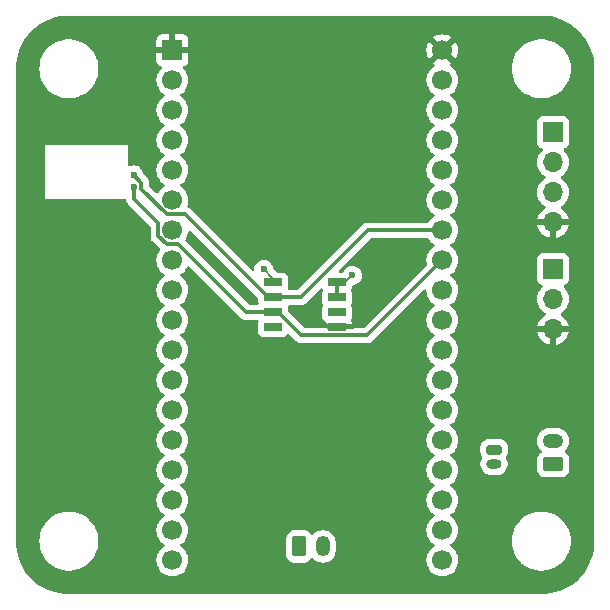
<source format=gbr>
%TF.GenerationSoftware,KiCad,Pcbnew,8.0.7-8.0.7-0~ubuntu22.04.1*%
%TF.CreationDate,2025-01-06T16:11:52+01:00*%
%TF.ProjectId,crack_monitoring_minimal,63726163-6b5f-46d6-9f6e-69746f72696e,rev?*%
%TF.SameCoordinates,Original*%
%TF.FileFunction,Copper,L2,Bot*%
%TF.FilePolarity,Positive*%
%FSLAX46Y46*%
G04 Gerber Fmt 4.6, Leading zero omitted, Abs format (unit mm)*
G04 Created by KiCad (PCBNEW 8.0.7-8.0.7-0~ubuntu22.04.1) date 2025-01-06 16:11:52*
%MOMM*%
%LPD*%
G01*
G04 APERTURE LIST*
G04 Aperture macros list*
%AMRoundRect*
0 Rectangle with rounded corners*
0 $1 Rounding radius*
0 $2 $3 $4 $5 $6 $7 $8 $9 X,Y pos of 4 corners*
0 Add a 4 corners polygon primitive as box body*
4,1,4,$2,$3,$4,$5,$6,$7,$8,$9,$2,$3,0*
0 Add four circle primitives for the rounded corners*
1,1,$1+$1,$2,$3*
1,1,$1+$1,$4,$5*
1,1,$1+$1,$6,$7*
1,1,$1+$1,$8,$9*
0 Add four rect primitives between the rounded corners*
20,1,$1+$1,$2,$3,$4,$5,0*
20,1,$1+$1,$4,$5,$6,$7,0*
20,1,$1+$1,$6,$7,$8,$9,0*
20,1,$1+$1,$8,$9,$2,$3,0*%
G04 Aperture macros list end*
%TA.AperFunction,ComponentPad*%
%ADD10R,1.700000X1.700000*%
%TD*%
%TA.AperFunction,ComponentPad*%
%ADD11O,1.700000X1.700000*%
%TD*%
%TA.AperFunction,ComponentPad*%
%ADD12RoundRect,0.200000X-0.450000X0.200000X-0.450000X-0.200000X0.450000X-0.200000X0.450000X0.200000X0*%
%TD*%
%TA.AperFunction,ComponentPad*%
%ADD13O,1.300000X0.800000*%
%TD*%
%TA.AperFunction,ComponentPad*%
%ADD14RoundRect,0.250000X-0.350000X-0.625000X0.350000X-0.625000X0.350000X0.625000X-0.350000X0.625000X0*%
%TD*%
%TA.AperFunction,ComponentPad*%
%ADD15O,1.200000X1.750000*%
%TD*%
%TA.AperFunction,ComponentPad*%
%ADD16RoundRect,0.250000X0.625000X-0.350000X0.625000X0.350000X-0.625000X0.350000X-0.625000X-0.350000X0*%
%TD*%
%TA.AperFunction,ComponentPad*%
%ADD17O,1.750000X1.200000*%
%TD*%
%TA.AperFunction,ComponentPad*%
%ADD18C,1.700000*%
%TD*%
%TA.AperFunction,SMDPad,CuDef*%
%ADD19R,1.500000X0.650000*%
%TD*%
%TA.AperFunction,ViaPad*%
%ADD20C,0.600000*%
%TD*%
%TA.AperFunction,Conductor*%
%ADD21C,0.200000*%
%TD*%
%TA.AperFunction,Conductor*%
%ADD22C,0.300000*%
%TD*%
G04 APERTURE END LIST*
D10*
%TO.P,J1,1,Pin_1*%
%TO.N,SCL*%
X171000000Y-60380000D03*
D11*
%TO.P,J1,2,Pin_2*%
%TO.N,SDA*%
X171000000Y-62920000D03*
%TO.P,J1,3,Pin_3*%
%TO.N,+3V3*%
X171000000Y-65460000D03*
%TO.P,J1,4,Pin_4*%
%TO.N,GND*%
X171000000Y-68000000D03*
%TD*%
D12*
%TO.P,J5,1,Pin_1*%
%TO.N,BAT+*%
X166000000Y-87250000D03*
D13*
%TO.P,J5,2,Pin_2*%
%TO.N,BAT-*%
X166000000Y-88500000D03*
%TD*%
D10*
%TO.P,J2,1,Pin_1*%
%TO.N,1_Wire*%
X171000000Y-71960000D03*
D11*
%TO.P,J2,2,Pin_2*%
%TO.N,+3V3*%
X171000000Y-74500000D03*
%TO.P,J2,3,Pin_3*%
%TO.N,GND*%
X171000000Y-77040000D03*
%TD*%
D14*
%TO.P,J3,1,Pin_1*%
%TO.N,BAT-*%
X149500000Y-95450000D03*
D15*
%TO.P,J3,2,Pin_2*%
%TO.N,BAT+*%
X151500000Y-95450000D03*
%TD*%
D16*
%TO.P,J4,1,Pin_1*%
%TO.N,BAT-*%
X171000000Y-88500000D03*
D17*
%TO.P,J4,2,Pin_2*%
%TO.N,BAT+*%
X171000000Y-86500000D03*
%TD*%
D10*
%TO.P,U1,1,GND*%
%TO.N,GND*%
X138770000Y-53440000D03*
D18*
%TO.P,U1,2,5V*%
%TO.N,unconnected-(U1-5V-Pad2)*%
X138770000Y-55980000D03*
%TO.P,U1,3,Ve*%
%TO.N,+3V3*%
X138770000Y-58520000D03*
%TO.P,U1,4,Ve*%
X138770000Y-61060000D03*
%TO.P,U1,5,RX*%
%TO.N,unconnected-(U1-RX-Pad5)*%
X138770000Y-63600000D03*
%TO.P,U1,6,TX*%
%TO.N,unconnected-(U1-TX-Pad6)*%
X138770000Y-66140000D03*
%TO.P,U1,7,RST*%
%TO.N,unconnected-(U1-RST-Pad7)*%
X138770000Y-68680000D03*
%TO.P,U1,8,GPIO0_PRG_KEY*%
%TO.N,unconnected-(U1-GPIO0_PRG_KEY-Pad8)*%
X138770000Y-71220000D03*
%TO.P,U1,9,GPIO36_Vext_Ctrl*%
%TO.N,unconnected-(U1-GPIO36_Vext_Ctrl-Pad9)*%
X138770000Y-73760000D03*
%TO.P,U1,10,GPIO35_LED*%
%TO.N,unconnected-(U1-GPIO35_LED-Pad10)*%
X138770000Y-76300000D03*
%TO.P,U1,11,GPIO34*%
%TO.N,unconnected-(U1-GPIO34-Pad11)*%
X138770000Y-78840000D03*
%TO.P,U1,12,GPIO33*%
%TO.N,unconnected-(U1-GPIO33-Pad12)*%
X138770000Y-81380000D03*
%TO.P,U1,13,GPIO47*%
%TO.N,unconnected-(U1-GPIO47-Pad13)*%
X138770000Y-83920000D03*
%TO.P,U1,14,GPIO48*%
%TO.N,unconnected-(U1-GPIO48-Pad14)*%
X138770000Y-86460000D03*
%TO.P,U1,15,GPIO26*%
%TO.N,unconnected-(U1-GPIO26-Pad15)*%
X138770000Y-89000000D03*
%TO.P,U1,16,GPIO21_RST_OLED*%
%TO.N,unconnected-(U1-GPIO21_RST_OLED-Pad16)*%
X138770000Y-91540000D03*
%TO.P,U1,17,GPIO20_ADC2_CH9*%
%TO.N,KEY1*%
X138770000Y-94080000D03*
%TO.P,U1,18,GPIO19_ADC2_CH9*%
%TO.N,KEY2*%
X138770000Y-96620000D03*
%TO.P,U1,19,GND*%
%TO.N,GND*%
X161630000Y-53440000D03*
%TO.P,U1,20,3V3*%
%TO.N,unconnected-(U1-3V3-Pad20)*%
X161630000Y-55980000D03*
%TO.P,U1,21,3V3*%
%TO.N,unconnected-(U1-3V3-Pad21)*%
X161630000Y-58520000D03*
%TO.P,U1,22,GPIO37_ADC_Ctrl*%
%TO.N,unconnected-(U1-GPIO37_ADC_Ctrl-Pad22)*%
X161630000Y-61060000D03*
%TO.P,U1,23,GPIO46*%
%TO.N,unconnected-(U1-GPIO46-Pad23)*%
X161630000Y-63600000D03*
%TO.P,U1,24,GPIO45*%
%TO.N,unconnected-(U1-GPIO45-Pad24)*%
X161630000Y-66140000D03*
%TO.P,U1,25,GPIO42*%
%TO.N,SCL*%
X161630000Y-68680000D03*
%TO.P,U1,26,GPIO41*%
%TO.N,SDA*%
X161630000Y-71220000D03*
%TO.P,U1,27,GPIO40*%
%TO.N,1_Wire*%
X161630000Y-73760000D03*
%TO.P,U1,28,GPIO39*%
%TO.N,unconnected-(U1-GPIO39-Pad28)*%
X161630000Y-76300000D03*
%TO.P,U1,29,GPIO38*%
%TO.N,unconnected-(U1-GPIO38-Pad29)*%
X161630000Y-78840000D03*
%TO.P,U1,30,GPIO1_ADC1_CH0_Bat*%
%TO.N,unconnected-(U1-GPIO1_ADC1_CH0_Bat-Pad30)*%
X161630000Y-81380000D03*
%TO.P,U1,31,GPIO2_ADC1_CH1*%
%TO.N,unconnected-(U1-GPIO2_ADC1_CH1-Pad31)*%
X161630000Y-83920000D03*
%TO.P,U1,32,GPIO3_ADC1_CH2*%
%TO.N,unconnected-(U1-GPIO3_ADC1_CH2-Pad32)*%
X161630000Y-86460000D03*
%TO.P,U1,33,GPIO4_ADC1_CH3*%
%TO.N,unconnected-(U1-GPIO4_ADC1_CH3-Pad33)*%
X161630000Y-89000000D03*
%TO.P,U1,34,GPIO5_ADC1_CH4*%
%TO.N,unconnected-(U1-GPIO5_ADC1_CH4-Pad34)*%
X161630000Y-91540000D03*
%TO.P,U1,35,GPIO6_ADC1_CH5*%
%TO.N,unconnected-(U1-GPIO6_ADC1_CH5-Pad35)*%
X161630000Y-94080000D03*
%TO.P,U1,36,GPIO7_ADC1_CH6*%
%TO.N,unconnected-(U1-GPIO7_ADC1_CH6-Pad36)*%
X161630000Y-96620000D03*
%TD*%
D19*
%TO.P,IC2,1,VDD5V*%
%TO.N,+3V3*%
X152700000Y-73095000D03*
%TO.P,IC2,2,VDD3V3*%
X152700000Y-74365000D03*
%TO.P,IC2,3,OUT*%
%TO.N,unconnected-(IC2-OUT-Pad3)*%
X152700000Y-75635000D03*
%TO.P,IC2,4,GND*%
%TO.N,GND*%
X152700000Y-76905000D03*
%TO.P,IC2,5,PGO*%
%TO.N,unconnected-(IC2-PGO-Pad5)*%
X147300000Y-76905000D03*
%TO.P,IC2,6,SDA*%
%TO.N,SDA*%
X147300000Y-75635000D03*
%TO.P,IC2,7,SCL*%
%TO.N,SCL*%
X147300000Y-74365000D03*
%TO.P,IC2,8,DIR*%
%TO.N,Net-(IC2-DIR)*%
X147300000Y-73095000D03*
%TD*%
D20*
%TO.N,+3V3*%
X154000000Y-72500000D03*
%TO.N,GND*%
X153500000Y-95500000D03*
X165500000Y-52250000D03*
X163500000Y-74000000D03*
X173500000Y-57000000D03*
X134750000Y-85750000D03*
X159500000Y-89500000D03*
X135500000Y-81500000D03*
X166500000Y-65000000D03*
X145250000Y-94000000D03*
X163500000Y-89000000D03*
X167000000Y-79000000D03*
X134750000Y-97000000D03*
X153500000Y-62500000D03*
X132000000Y-80500000D03*
X174000000Y-67670000D03*
X126500000Y-94000000D03*
X135750000Y-51750000D03*
X157000000Y-53500000D03*
X135500000Y-62500000D03*
X127000000Y-71000000D03*
X129250000Y-88000000D03*
X142500000Y-74500000D03*
X146250000Y-61500000D03*
X140500000Y-87500000D03*
X136000000Y-59500000D03*
X129500000Y-80000000D03*
X150000000Y-71500000D03*
X169000000Y-92000000D03*
X151000000Y-76000000D03*
X166000000Y-79500000D03*
X135500000Y-69500000D03*
X164000000Y-63000000D03*
X164750000Y-97750000D03*
X159500000Y-75500000D03*
X173000000Y-65170000D03*
X144000000Y-81250000D03*
X143000000Y-72000000D03*
X157500000Y-58000000D03*
X150750000Y-82000000D03*
X143000000Y-87500000D03*
X154500000Y-76500000D03*
X173000000Y-83500000D03*
X156750000Y-69750000D03*
X169000000Y-74500000D03*
X157000000Y-73500000D03*
X143750000Y-53250000D03*
X173500000Y-76670000D03*
X166500000Y-69500000D03*
X152750000Y-87750000D03*
X156750000Y-78500000D03*
X126500000Y-63250000D03*
X169000000Y-66500000D03*
X173500000Y-97000000D03*
%TO.N,SCL*%
X135500000Y-64000000D03*
%TO.N,SDA*%
X135500000Y-65000000D03*
%TO.N,Net-(IC2-DIR)*%
X146500000Y-72000000D03*
%TD*%
D21*
%TO.N,+3V3*%
X153405000Y-73095000D02*
X154000000Y-72500000D01*
D22*
X152700000Y-74365000D02*
X152700000Y-73095000D01*
D21*
X152700000Y-73095000D02*
X153405000Y-73095000D01*
D22*
%TO.N,GND*%
X152700000Y-76905000D02*
X154095000Y-76905000D01*
X151905000Y-76905000D02*
X152700000Y-76905000D01*
X151000000Y-76000000D02*
X151905000Y-76905000D01*
X154095000Y-76905000D02*
X154500000Y-76500000D01*
%TO.N,SCL*%
X138272943Y-67340000D02*
X136150000Y-65217057D01*
X147300000Y-74365000D02*
X146875000Y-74365000D01*
X136150000Y-65217057D02*
X136150000Y-64650000D01*
X146875000Y-74365000D02*
X139850000Y-67340000D01*
X155340000Y-68680000D02*
X161630000Y-68680000D01*
X149655000Y-74365000D02*
X155340000Y-68680000D01*
X147300000Y-74365000D02*
X149655000Y-74365000D01*
X139850000Y-67340000D02*
X138272943Y-67340000D01*
X136150000Y-64650000D02*
X135500000Y-64000000D01*
%TO.N,SDA*%
X135500000Y-66000000D02*
X135500000Y-65000000D01*
X139267057Y-69880000D02*
X138272943Y-69880000D01*
X155270000Y-77580000D02*
X161630000Y-71220000D01*
X145022057Y-75635000D02*
X139267057Y-69880000D01*
X147725000Y-75635000D02*
X149670000Y-77580000D01*
X138272943Y-69880000D02*
X137570000Y-69177057D01*
X147300000Y-75635000D02*
X147725000Y-75635000D01*
X137570000Y-68070000D02*
X135500000Y-66000000D01*
X137570000Y-69177057D02*
X137570000Y-68070000D01*
X149670000Y-77580000D02*
X155270000Y-77580000D01*
X147300000Y-75635000D02*
X145022057Y-75635000D01*
D21*
%TO.N,Net-(IC2-DIR)*%
X147300000Y-72800000D02*
X146500000Y-72000000D01*
X147300000Y-73095000D02*
X147300000Y-72800000D01*
%TD*%
%TA.AperFunction,Conductor*%
%TO.N,GND*%
G36*
X160439317Y-69350185D02*
G01*
X160473853Y-69383377D01*
X160591501Y-69551396D01*
X160591506Y-69551402D01*
X160758597Y-69718493D01*
X160758603Y-69718498D01*
X160944158Y-69848425D01*
X160987783Y-69903002D01*
X160994977Y-69972500D01*
X160963454Y-70034855D01*
X160944158Y-70051575D01*
X160758597Y-70181505D01*
X160591505Y-70348597D01*
X160455965Y-70542169D01*
X160455964Y-70542171D01*
X160356098Y-70756335D01*
X160356094Y-70756344D01*
X160294938Y-70984586D01*
X160294936Y-70984596D01*
X160274341Y-71219999D01*
X160274341Y-71220000D01*
X160294936Y-71455403D01*
X160294939Y-71455416D01*
X160314384Y-71527989D01*
X160312721Y-71597839D01*
X160282290Y-71647762D01*
X155036873Y-76893181D01*
X154975550Y-76926666D01*
X154949192Y-76929500D01*
X149990808Y-76929500D01*
X149923769Y-76909815D01*
X149903127Y-76893181D01*
X148586818Y-75576872D01*
X148553333Y-75515549D01*
X148550499Y-75489191D01*
X148550499Y-75262129D01*
X148550498Y-75262123D01*
X148550431Y-75261501D01*
X148544091Y-75202517D01*
X148536749Y-75182831D01*
X148531766Y-75113140D01*
X148565252Y-75051817D01*
X148626576Y-75018333D01*
X148652932Y-75015500D01*
X149719071Y-75015500D01*
X149803615Y-74998682D01*
X149844744Y-74990501D01*
X149963127Y-74941465D01*
X149963132Y-74941461D01*
X149963135Y-74941460D01*
X149976795Y-74932333D01*
X149976797Y-74932332D01*
X150046293Y-74885896D01*
X150069669Y-74870277D01*
X151308342Y-73631602D01*
X151369663Y-73598119D01*
X151439354Y-73603103D01*
X151495288Y-73644974D01*
X151504852Y-73659856D01*
X151510453Y-73670113D01*
X151507279Y-73671845D01*
X151525659Y-73721302D01*
X151510725Y-73789557D01*
X151510117Y-73790502D01*
X151506202Y-73797671D01*
X151455910Y-73932513D01*
X151455909Y-73932517D01*
X151449500Y-73992127D01*
X151449500Y-73992134D01*
X151449500Y-73992135D01*
X151449500Y-74737870D01*
X151449501Y-74737876D01*
X151455908Y-74797483D01*
X151506202Y-74932328D01*
X151510454Y-74940114D01*
X151507280Y-74941846D01*
X151525659Y-74991302D01*
X151510725Y-75059557D01*
X151510117Y-75060502D01*
X151506202Y-75067671D01*
X151465115Y-75177834D01*
X151455909Y-75202517D01*
X151449500Y-75262127D01*
X151449500Y-75262134D01*
X151449500Y-75262135D01*
X151449500Y-76007870D01*
X151449501Y-76007876D01*
X151455908Y-76067483D01*
X151506202Y-76202327D01*
X151510452Y-76210109D01*
X151507394Y-76211778D01*
X151525963Y-76261594D01*
X151511098Y-76329864D01*
X151510717Y-76330457D01*
X151506645Y-76337913D01*
X151456403Y-76472620D01*
X151456401Y-76472627D01*
X151450000Y-76532155D01*
X151450000Y-76655000D01*
X153950000Y-76655000D01*
X153950000Y-76532172D01*
X153949999Y-76532155D01*
X153943598Y-76472627D01*
X153943597Y-76472623D01*
X153893349Y-76337904D01*
X153889101Y-76330123D01*
X153892360Y-76328343D01*
X153874046Y-76279374D01*
X153888836Y-76211087D01*
X153890023Y-76209239D01*
X153893793Y-76202335D01*
X153893792Y-76202335D01*
X153893796Y-76202331D01*
X153944091Y-76067483D01*
X153950500Y-76007873D01*
X153950499Y-75262128D01*
X153944091Y-75202517D01*
X153934885Y-75177834D01*
X153893797Y-75067670D01*
X153889547Y-75059888D01*
X153892757Y-75058134D01*
X153874361Y-75009001D01*
X153889127Y-74940709D01*
X153889752Y-74939736D01*
X153893797Y-74932329D01*
X153905052Y-74902150D01*
X153944091Y-74797483D01*
X153950500Y-74737873D01*
X153950499Y-73992128D01*
X153944091Y-73932517D01*
X153893797Y-73797671D01*
X153893797Y-73797670D01*
X153889547Y-73789888D01*
X153892757Y-73788134D01*
X153874361Y-73739001D01*
X153889127Y-73670709D01*
X153889752Y-73669736D01*
X153893797Y-73662329D01*
X153944091Y-73527483D01*
X153950499Y-73467886D01*
X153950499Y-73467882D01*
X153950500Y-73467873D01*
X153950499Y-73450099D01*
X153970180Y-73383061D01*
X153986813Y-73362420D01*
X154018535Y-73330698D01*
X154079856Y-73297215D01*
X154092311Y-73295163D01*
X154179255Y-73285368D01*
X154349522Y-73225789D01*
X154502262Y-73129816D01*
X154629816Y-73002262D01*
X154725789Y-72849522D01*
X154785368Y-72679255D01*
X154797131Y-72574855D01*
X154805565Y-72500003D01*
X154805565Y-72499996D01*
X154785369Y-72320750D01*
X154785368Y-72320745D01*
X154763585Y-72258493D01*
X154725789Y-72150478D01*
X154629816Y-71997738D01*
X154502262Y-71870184D01*
X154349523Y-71774211D01*
X154179254Y-71714631D01*
X154179249Y-71714630D01*
X154000004Y-71694435D01*
X153999996Y-71694435D01*
X153820750Y-71714630D01*
X153820745Y-71714631D01*
X153650476Y-71774211D01*
X153497737Y-71870184D01*
X153370184Y-71997737D01*
X153274212Y-72150475D01*
X153274210Y-72150478D01*
X153261622Y-72186455D01*
X153220901Y-72243231D01*
X153155948Y-72268978D01*
X153144581Y-72269500D01*
X152969807Y-72269500D01*
X152902768Y-72249815D01*
X152857013Y-72197011D01*
X152847069Y-72127853D01*
X152876094Y-72064297D01*
X152882126Y-72057819D01*
X154183602Y-70756344D01*
X155573127Y-69366819D01*
X155634450Y-69333334D01*
X155660808Y-69330500D01*
X160372278Y-69330500D01*
X160439317Y-69350185D01*
G37*
%TD.AperFunction*%
%TA.AperFunction,Conductor*%
G36*
X140325308Y-68735254D02*
G01*
X146013181Y-74423127D01*
X146046666Y-74484450D01*
X146049500Y-74510807D01*
X146049500Y-74737869D01*
X146049501Y-74737876D01*
X146055908Y-74797482D01*
X146063251Y-74817169D01*
X146068234Y-74886860D01*
X146034748Y-74948183D01*
X145973424Y-74981667D01*
X145947068Y-74984500D01*
X145342865Y-74984500D01*
X145275826Y-74964815D01*
X145255184Y-74948181D01*
X139902622Y-69595619D01*
X139869137Y-69534296D01*
X139874121Y-69464604D01*
X139888725Y-69436819D01*
X139944035Y-69357830D01*
X140043903Y-69143663D01*
X140105063Y-68915408D01*
X140114099Y-68812126D01*
X140139552Y-68747059D01*
X140196143Y-68706080D01*
X140265904Y-68702202D01*
X140325308Y-68735254D01*
G37*
%TD.AperFunction*%
%TA.AperFunction,Conductor*%
G36*
X170002702Y-50500617D02*
G01*
X170386771Y-50517386D01*
X170397506Y-50518326D01*
X170775971Y-50568152D01*
X170786597Y-50570025D01*
X171159284Y-50652648D01*
X171169710Y-50655442D01*
X171533765Y-50770227D01*
X171543911Y-50773920D01*
X171896578Y-50920000D01*
X171906369Y-50924566D01*
X172244942Y-51100816D01*
X172254310Y-51106224D01*
X172576244Y-51311318D01*
X172585105Y-51317523D01*
X172887930Y-51549889D01*
X172896217Y-51556843D01*
X173177635Y-51814715D01*
X173185284Y-51822364D01*
X173443156Y-52103782D01*
X173450110Y-52112069D01*
X173682476Y-52414894D01*
X173688681Y-52423755D01*
X173893775Y-52745689D01*
X173899183Y-52755057D01*
X174075430Y-53093623D01*
X174080002Y-53103427D01*
X174226075Y-53456078D01*
X174229775Y-53466244D01*
X174344554Y-53830278D01*
X174347354Y-53840727D01*
X174429971Y-54213389D01*
X174431849Y-54224042D01*
X174481671Y-54602473D01*
X174482614Y-54613249D01*
X174499382Y-54997297D01*
X174499500Y-55002706D01*
X174499500Y-94997293D01*
X174499382Y-95002702D01*
X174482614Y-95386750D01*
X174481671Y-95397526D01*
X174431849Y-95775957D01*
X174429971Y-95786610D01*
X174347354Y-96159272D01*
X174344554Y-96169721D01*
X174229775Y-96533755D01*
X174226075Y-96543921D01*
X174080002Y-96896572D01*
X174075430Y-96906376D01*
X173899183Y-97244942D01*
X173893775Y-97254310D01*
X173688681Y-97576244D01*
X173682476Y-97585105D01*
X173450110Y-97887930D01*
X173443156Y-97896217D01*
X173185284Y-98177635D01*
X173177635Y-98185284D01*
X172896217Y-98443156D01*
X172887930Y-98450110D01*
X172585105Y-98682476D01*
X172576244Y-98688681D01*
X172254310Y-98893775D01*
X172244942Y-98899183D01*
X171906376Y-99075430D01*
X171896572Y-99080002D01*
X171543921Y-99226075D01*
X171533755Y-99229775D01*
X171169721Y-99344554D01*
X171159272Y-99347354D01*
X170786610Y-99429971D01*
X170775957Y-99431849D01*
X170397526Y-99481671D01*
X170386750Y-99482614D01*
X170002703Y-99499382D01*
X169997294Y-99499500D01*
X130002706Y-99499500D01*
X129997297Y-99499382D01*
X129613249Y-99482614D01*
X129602473Y-99481671D01*
X129224042Y-99431849D01*
X129213389Y-99429971D01*
X128840727Y-99347354D01*
X128830278Y-99344554D01*
X128466244Y-99229775D01*
X128456078Y-99226075D01*
X128103427Y-99080002D01*
X128093623Y-99075430D01*
X127755057Y-98899183D01*
X127745689Y-98893775D01*
X127423755Y-98688681D01*
X127414894Y-98682476D01*
X127112069Y-98450110D01*
X127103782Y-98443156D01*
X126822364Y-98185284D01*
X126814715Y-98177635D01*
X126556843Y-97896217D01*
X126549889Y-97887930D01*
X126317523Y-97585105D01*
X126311318Y-97576244D01*
X126114306Y-97266997D01*
X126106223Y-97254309D01*
X126100816Y-97244942D01*
X125924569Y-96906376D01*
X125919997Y-96896572D01*
X125773920Y-96543911D01*
X125770224Y-96533755D01*
X125753104Y-96479457D01*
X125655442Y-96169710D01*
X125652648Y-96159284D01*
X125570025Y-95786597D01*
X125568152Y-95775971D01*
X125518326Y-95397506D01*
X125517386Y-95386771D01*
X125500618Y-95002702D01*
X125500559Y-94999994D01*
X127494556Y-94999994D01*
X127494556Y-95000005D01*
X127514310Y-95314004D01*
X127514311Y-95314011D01*
X127537363Y-95434855D01*
X127565338Y-95581505D01*
X127573270Y-95623083D01*
X127670497Y-95922316D01*
X127670499Y-95922321D01*
X127804461Y-96207003D01*
X127804464Y-96207009D01*
X127973051Y-96472661D01*
X127973054Y-96472665D01*
X128173606Y-96715090D01*
X128173608Y-96715092D01*
X128173610Y-96715094D01*
X128323024Y-96855403D01*
X128402968Y-96930476D01*
X128402978Y-96930484D01*
X128657504Y-97115408D01*
X128657509Y-97115410D01*
X128657516Y-97115416D01*
X128933234Y-97266994D01*
X128933239Y-97266996D01*
X128933241Y-97266997D01*
X128933242Y-97266998D01*
X129225771Y-97382818D01*
X129225774Y-97382819D01*
X129530523Y-97461065D01*
X129530527Y-97461066D01*
X129596010Y-97469338D01*
X129842670Y-97500499D01*
X129842679Y-97500499D01*
X129842682Y-97500500D01*
X129842684Y-97500500D01*
X130157316Y-97500500D01*
X130157318Y-97500500D01*
X130157321Y-97500499D01*
X130157329Y-97500499D01*
X130343593Y-97476968D01*
X130469473Y-97461066D01*
X130774225Y-97382819D01*
X130774228Y-97382818D01*
X131066757Y-97266998D01*
X131066758Y-97266997D01*
X131066756Y-97266997D01*
X131066766Y-97266994D01*
X131342484Y-97115416D01*
X131597030Y-96930478D01*
X131826390Y-96715094D01*
X132026947Y-96472663D01*
X132195537Y-96207007D01*
X132329503Y-95922315D01*
X132426731Y-95623079D01*
X132485688Y-95314015D01*
X132505444Y-95000000D01*
X132502386Y-94951402D01*
X132485689Y-94685995D01*
X132485688Y-94685988D01*
X132485688Y-94685985D01*
X132426731Y-94376921D01*
X132329503Y-94077685D01*
X132328004Y-94074500D01*
X132244376Y-93896782D01*
X132195537Y-93792993D01*
X132090067Y-93626798D01*
X132026948Y-93527338D01*
X132026945Y-93527334D01*
X131826393Y-93284909D01*
X131826391Y-93284907D01*
X131745132Y-93208599D01*
X131597030Y-93069522D01*
X131597027Y-93069520D01*
X131597021Y-93069515D01*
X131342495Y-92884591D01*
X131342488Y-92884586D01*
X131342484Y-92884584D01*
X131066766Y-92733006D01*
X131066763Y-92733004D01*
X131066758Y-92733002D01*
X131066757Y-92733001D01*
X130774228Y-92617181D01*
X130774225Y-92617180D01*
X130469476Y-92538934D01*
X130469463Y-92538932D01*
X130157329Y-92499500D01*
X130157318Y-92499500D01*
X129842682Y-92499500D01*
X129842670Y-92499500D01*
X129530536Y-92538932D01*
X129530523Y-92538934D01*
X129225774Y-92617180D01*
X129225771Y-92617181D01*
X128933242Y-92733001D01*
X128933241Y-92733002D01*
X128657516Y-92884584D01*
X128657504Y-92884591D01*
X128402978Y-93069515D01*
X128402968Y-93069523D01*
X128173608Y-93284907D01*
X128173606Y-93284909D01*
X127973054Y-93527334D01*
X127973051Y-93527338D01*
X127804464Y-93792990D01*
X127804461Y-93792996D01*
X127670499Y-94077678D01*
X127670497Y-94077683D01*
X127573270Y-94376916D01*
X127514311Y-94685988D01*
X127514310Y-94685995D01*
X127494556Y-94999994D01*
X125500559Y-94999994D01*
X125500500Y-94997293D01*
X125500500Y-61500000D01*
X128000000Y-61500000D01*
X128000000Y-66000000D01*
X134734992Y-66000000D01*
X134802031Y-66019685D01*
X134847786Y-66072489D01*
X134856609Y-66099808D01*
X134864604Y-66140000D01*
X134874499Y-66189744D01*
X134923535Y-66308127D01*
X134994723Y-66414669D01*
X134994726Y-66414673D01*
X134994727Y-66414674D01*
X136883181Y-68303127D01*
X136916666Y-68364450D01*
X136919500Y-68390808D01*
X136919500Y-69241128D01*
X136937278Y-69330500D01*
X136937278Y-69330501D01*
X136944497Y-69366794D01*
X136944498Y-69366799D01*
X136993534Y-69485182D01*
X137064726Y-69591730D01*
X137064727Y-69591731D01*
X137695034Y-70222037D01*
X137728519Y-70283360D01*
X137723535Y-70353051D01*
X137708928Y-70380841D01*
X137595965Y-70542169D01*
X137595964Y-70542171D01*
X137496098Y-70756335D01*
X137496094Y-70756344D01*
X137434938Y-70984586D01*
X137434936Y-70984596D01*
X137414341Y-71219999D01*
X137414341Y-71220000D01*
X137434936Y-71455403D01*
X137434938Y-71455413D01*
X137496094Y-71683655D01*
X137496096Y-71683659D01*
X137496097Y-71683663D01*
X137560019Y-71820743D01*
X137595965Y-71897830D01*
X137595967Y-71897834D01*
X137665921Y-71997738D01*
X137727587Y-72085806D01*
X137731501Y-72091395D01*
X137731506Y-72091402D01*
X137898597Y-72258493D01*
X137898603Y-72258498D01*
X138084158Y-72388425D01*
X138127783Y-72443002D01*
X138134977Y-72512500D01*
X138103454Y-72574855D01*
X138084158Y-72591575D01*
X137898597Y-72721505D01*
X137731505Y-72888597D01*
X137595965Y-73082169D01*
X137595964Y-73082171D01*
X137496098Y-73296335D01*
X137496094Y-73296344D01*
X137434938Y-73524586D01*
X137434936Y-73524596D01*
X137414341Y-73759999D01*
X137414341Y-73760000D01*
X137434936Y-73995403D01*
X137434938Y-73995413D01*
X137496094Y-74223655D01*
X137496096Y-74223659D01*
X137496097Y-74223663D01*
X137589109Y-74423127D01*
X137595965Y-74437830D01*
X137595967Y-74437834D01*
X137731501Y-74631395D01*
X137731506Y-74631402D01*
X137898597Y-74798493D01*
X137898603Y-74798498D01*
X138084158Y-74928425D01*
X138127783Y-74983002D01*
X138134977Y-75052500D01*
X138103454Y-75114855D01*
X138084158Y-75131575D01*
X137898597Y-75261505D01*
X137731505Y-75428597D01*
X137595965Y-75622169D01*
X137595964Y-75622171D01*
X137496098Y-75836335D01*
X137496094Y-75836344D01*
X137434938Y-76064586D01*
X137434936Y-76064596D01*
X137414341Y-76299999D01*
X137414341Y-76300000D01*
X137434936Y-76535403D01*
X137434938Y-76535413D01*
X137496094Y-76763655D01*
X137496096Y-76763659D01*
X137496097Y-76763663D01*
X137564249Y-76909815D01*
X137595965Y-76977830D01*
X137595967Y-76977834D01*
X137731501Y-77171395D01*
X137731506Y-77171402D01*
X137898597Y-77338493D01*
X137898603Y-77338498D01*
X138084158Y-77468425D01*
X138127783Y-77523002D01*
X138134977Y-77592500D01*
X138103454Y-77654855D01*
X138084158Y-77671575D01*
X137898597Y-77801505D01*
X137731505Y-77968597D01*
X137595965Y-78162169D01*
X137595964Y-78162171D01*
X137496098Y-78376335D01*
X137496094Y-78376344D01*
X137434938Y-78604586D01*
X137434936Y-78604596D01*
X137414341Y-78839999D01*
X137414341Y-78840000D01*
X137434936Y-79075403D01*
X137434938Y-79075413D01*
X137496094Y-79303655D01*
X137496096Y-79303659D01*
X137496097Y-79303663D01*
X137595965Y-79517830D01*
X137595967Y-79517834D01*
X137731501Y-79711395D01*
X137731506Y-79711402D01*
X137898597Y-79878493D01*
X137898603Y-79878498D01*
X138084158Y-80008425D01*
X138127783Y-80063002D01*
X138134977Y-80132500D01*
X138103454Y-80194855D01*
X138084158Y-80211575D01*
X137898597Y-80341505D01*
X137731505Y-80508597D01*
X137595965Y-80702169D01*
X137595964Y-80702171D01*
X137496098Y-80916335D01*
X137496094Y-80916344D01*
X137434938Y-81144586D01*
X137434936Y-81144596D01*
X137414341Y-81379999D01*
X137414341Y-81380000D01*
X137434936Y-81615403D01*
X137434938Y-81615413D01*
X137496094Y-81843655D01*
X137496096Y-81843659D01*
X137496097Y-81843663D01*
X137595965Y-82057830D01*
X137595967Y-82057834D01*
X137731501Y-82251395D01*
X137731506Y-82251402D01*
X137898597Y-82418493D01*
X137898603Y-82418498D01*
X138084158Y-82548425D01*
X138127783Y-82603002D01*
X138134977Y-82672500D01*
X138103454Y-82734855D01*
X138084158Y-82751575D01*
X137898597Y-82881505D01*
X137731505Y-83048597D01*
X137595965Y-83242169D01*
X137595964Y-83242171D01*
X137496098Y-83456335D01*
X137496094Y-83456344D01*
X137434938Y-83684586D01*
X137434936Y-83684596D01*
X137414341Y-83919999D01*
X137414341Y-83920000D01*
X137434936Y-84155403D01*
X137434938Y-84155413D01*
X137496094Y-84383655D01*
X137496096Y-84383659D01*
X137496097Y-84383663D01*
X137595965Y-84597830D01*
X137595967Y-84597834D01*
X137731501Y-84791395D01*
X137731506Y-84791402D01*
X137898597Y-84958493D01*
X137898603Y-84958498D01*
X138084158Y-85088425D01*
X138127783Y-85143002D01*
X138134977Y-85212500D01*
X138103454Y-85274855D01*
X138084158Y-85291575D01*
X137898597Y-85421505D01*
X137731505Y-85588597D01*
X137595965Y-85782169D01*
X137595964Y-85782171D01*
X137496098Y-85996335D01*
X137496094Y-85996344D01*
X137434938Y-86224586D01*
X137434936Y-86224596D01*
X137414341Y-86459999D01*
X137414341Y-86460000D01*
X137434936Y-86695403D01*
X137434938Y-86695413D01*
X137496094Y-86923655D01*
X137496096Y-86923659D01*
X137496097Y-86923663D01*
X137567501Y-87076788D01*
X137595965Y-87137830D01*
X137595967Y-87137834D01*
X137651351Y-87216930D01*
X137726650Y-87324468D01*
X137731501Y-87331395D01*
X137731506Y-87331402D01*
X137898597Y-87498493D01*
X137898603Y-87498498D01*
X138084158Y-87628425D01*
X138127783Y-87683002D01*
X138134977Y-87752500D01*
X138103454Y-87814855D01*
X138084158Y-87831575D01*
X137898597Y-87961505D01*
X137731505Y-88128597D01*
X137595965Y-88322169D01*
X137595964Y-88322171D01*
X137496098Y-88536335D01*
X137496094Y-88536344D01*
X137434938Y-88764586D01*
X137434936Y-88764596D01*
X137414341Y-88999999D01*
X137414341Y-89000000D01*
X137434936Y-89235403D01*
X137434938Y-89235413D01*
X137496094Y-89463655D01*
X137496096Y-89463659D01*
X137496097Y-89463663D01*
X137595965Y-89677830D01*
X137595967Y-89677834D01*
X137731501Y-89871395D01*
X137731506Y-89871402D01*
X137898597Y-90038493D01*
X137898603Y-90038498D01*
X138084158Y-90168425D01*
X138127783Y-90223002D01*
X138134977Y-90292500D01*
X138103454Y-90354855D01*
X138084158Y-90371575D01*
X137898597Y-90501505D01*
X137731505Y-90668597D01*
X137595965Y-90862169D01*
X137595964Y-90862171D01*
X137496098Y-91076335D01*
X137496094Y-91076344D01*
X137434938Y-91304586D01*
X137434936Y-91304596D01*
X137414341Y-91539999D01*
X137414341Y-91540000D01*
X137434936Y-91775403D01*
X137434938Y-91775413D01*
X137496094Y-92003655D01*
X137496096Y-92003659D01*
X137496097Y-92003663D01*
X137595965Y-92217830D01*
X137595967Y-92217834D01*
X137731501Y-92411395D01*
X137731506Y-92411402D01*
X137898597Y-92578493D01*
X137898603Y-92578498D01*
X138084158Y-92708425D01*
X138127783Y-92763002D01*
X138134977Y-92832500D01*
X138103454Y-92894855D01*
X138084158Y-92911575D01*
X137898597Y-93041505D01*
X137731505Y-93208597D01*
X137595965Y-93402169D01*
X137595964Y-93402171D01*
X137496098Y-93616335D01*
X137496094Y-93616344D01*
X137434938Y-93844586D01*
X137434936Y-93844596D01*
X137414341Y-94079999D01*
X137414341Y-94080000D01*
X137434936Y-94315403D01*
X137434938Y-94315413D01*
X137496094Y-94543655D01*
X137496096Y-94543659D01*
X137496097Y-94543663D01*
X137562468Y-94685995D01*
X137595965Y-94757830D01*
X137595967Y-94757834D01*
X137731501Y-94951395D01*
X137731506Y-94951402D01*
X137898597Y-95118493D01*
X137898603Y-95118498D01*
X138084158Y-95248425D01*
X138127783Y-95303002D01*
X138134977Y-95372500D01*
X138103454Y-95434855D01*
X138084158Y-95451575D01*
X137898597Y-95581505D01*
X137731505Y-95748597D01*
X137595965Y-95942169D01*
X137595964Y-95942171D01*
X137496098Y-96156335D01*
X137496094Y-96156344D01*
X137434938Y-96384586D01*
X137434936Y-96384596D01*
X137414341Y-96619999D01*
X137414341Y-96620000D01*
X137434936Y-96855403D01*
X137434938Y-96855413D01*
X137496094Y-97083655D01*
X137496096Y-97083659D01*
X137496097Y-97083663D01*
X137510904Y-97115416D01*
X137595965Y-97297830D01*
X137595967Y-97297834D01*
X137655474Y-97382818D01*
X137731505Y-97491401D01*
X137898599Y-97658495D01*
X137995384Y-97726265D01*
X138092165Y-97794032D01*
X138092167Y-97794033D01*
X138092170Y-97794035D01*
X138306337Y-97893903D01*
X138534592Y-97955063D01*
X138722918Y-97971539D01*
X138769999Y-97975659D01*
X138770000Y-97975659D01*
X138770001Y-97975659D01*
X138809234Y-97972226D01*
X139005408Y-97955063D01*
X139233663Y-97893903D01*
X139447830Y-97794035D01*
X139641401Y-97658495D01*
X139808495Y-97491401D01*
X139944035Y-97297830D01*
X140043903Y-97083663D01*
X140105063Y-96855408D01*
X140125659Y-96620000D01*
X140105063Y-96384592D01*
X140046105Y-96164556D01*
X140043905Y-96156344D01*
X140043904Y-96156343D01*
X140043903Y-96156337D01*
X139944035Y-95942171D01*
X139930133Y-95922316D01*
X139808494Y-95748597D01*
X139641402Y-95581506D01*
X139641396Y-95581501D01*
X139455842Y-95451575D01*
X139412217Y-95396998D01*
X139405023Y-95327500D01*
X139436546Y-95265145D01*
X139455842Y-95248425D01*
X139485723Y-95227502D01*
X139641401Y-95118495D01*
X139808495Y-94951401D01*
X139932024Y-94774983D01*
X148399500Y-94774983D01*
X148399500Y-96125001D01*
X148399501Y-96125018D01*
X148410000Y-96227796D01*
X148410001Y-96227799D01*
X148465185Y-96394331D01*
X148465187Y-96394336D01*
X148488870Y-96432732D01*
X148557288Y-96543656D01*
X148681344Y-96667712D01*
X148830666Y-96759814D01*
X148997203Y-96814999D01*
X149099991Y-96825500D01*
X149900008Y-96825499D01*
X149900016Y-96825498D01*
X149900019Y-96825498D01*
X149956302Y-96819748D01*
X150002797Y-96814999D01*
X150169334Y-96759814D01*
X150318656Y-96667712D01*
X150442712Y-96543656D01*
X150482310Y-96479456D01*
X150534258Y-96432732D01*
X150603220Y-96421509D01*
X150667303Y-96449352D01*
X150675530Y-96456872D01*
X150783072Y-96564414D01*
X150923212Y-96666232D01*
X151077555Y-96744873D01*
X151242299Y-96798402D01*
X151413389Y-96825500D01*
X151413390Y-96825500D01*
X151586610Y-96825500D01*
X151586611Y-96825500D01*
X151757701Y-96798402D01*
X151922445Y-96744873D01*
X152076788Y-96666232D01*
X152216928Y-96564414D01*
X152339414Y-96441928D01*
X152441232Y-96301788D01*
X152519873Y-96147445D01*
X152573402Y-95982701D01*
X152600500Y-95811611D01*
X152600500Y-95088389D01*
X152573402Y-94917299D01*
X152519873Y-94752555D01*
X152441232Y-94598212D01*
X152339414Y-94458072D01*
X152216928Y-94335586D01*
X152076788Y-94233768D01*
X151922445Y-94155127D01*
X151757701Y-94101598D01*
X151757699Y-94101597D01*
X151757698Y-94101597D01*
X151606720Y-94077685D01*
X151586611Y-94074500D01*
X151413389Y-94074500D01*
X151393280Y-94077685D01*
X151242302Y-94101597D01*
X151077552Y-94155128D01*
X150923211Y-94233768D01*
X150783073Y-94335585D01*
X150675530Y-94443128D01*
X150614207Y-94476612D01*
X150544515Y-94471628D01*
X150488582Y-94429756D01*
X150482310Y-94420543D01*
X150442712Y-94356344D01*
X150318656Y-94232288D01*
X150193559Y-94155128D01*
X150169336Y-94140187D01*
X150169331Y-94140185D01*
X150167862Y-94139698D01*
X150002797Y-94085001D01*
X150002795Y-94085000D01*
X149900010Y-94074500D01*
X149099998Y-94074500D01*
X149099980Y-94074501D01*
X148997203Y-94085000D01*
X148997200Y-94085001D01*
X148830668Y-94140185D01*
X148830663Y-94140187D01*
X148681342Y-94232289D01*
X148557289Y-94356342D01*
X148465187Y-94505663D01*
X148465185Y-94505668D01*
X148452595Y-94543663D01*
X148410001Y-94672203D01*
X148410001Y-94672204D01*
X148410000Y-94672204D01*
X148399500Y-94774983D01*
X139932024Y-94774983D01*
X139944035Y-94757830D01*
X140043903Y-94543663D01*
X140105063Y-94315408D01*
X140125659Y-94080000D01*
X140125570Y-94078988D01*
X140105063Y-93844596D01*
X140105063Y-93844592D01*
X140043903Y-93616337D01*
X139944035Y-93402171D01*
X139861927Y-93284907D01*
X139808494Y-93208597D01*
X139641402Y-93041506D01*
X139641396Y-93041501D01*
X139455842Y-92911575D01*
X139412217Y-92856998D01*
X139405023Y-92787500D01*
X139436546Y-92725145D01*
X139455842Y-92708425D01*
X139478026Y-92692891D01*
X139641401Y-92578495D01*
X139808495Y-92411401D01*
X139944035Y-92217830D01*
X140043903Y-92003663D01*
X140105063Y-91775408D01*
X140125659Y-91540000D01*
X140105063Y-91304592D01*
X140043903Y-91076337D01*
X139944035Y-90862171D01*
X139808495Y-90668599D01*
X139808494Y-90668597D01*
X139641402Y-90501506D01*
X139641396Y-90501501D01*
X139455842Y-90371575D01*
X139412217Y-90316998D01*
X139405023Y-90247500D01*
X139436546Y-90185145D01*
X139455842Y-90168425D01*
X139478026Y-90152891D01*
X139641401Y-90038495D01*
X139808495Y-89871401D01*
X139944035Y-89677830D01*
X140043903Y-89463663D01*
X140105063Y-89235408D01*
X140125659Y-89000000D01*
X140105063Y-88764592D01*
X140043903Y-88536337D01*
X139944035Y-88322171D01*
X139884631Y-88237332D01*
X139808494Y-88128597D01*
X139641402Y-87961506D01*
X139641396Y-87961501D01*
X139455842Y-87831575D01*
X139412217Y-87776998D01*
X139405023Y-87707500D01*
X139436546Y-87645145D01*
X139455842Y-87628425D01*
X139557440Y-87557285D01*
X139641401Y-87498495D01*
X139808495Y-87331401D01*
X139944035Y-87137830D01*
X140043903Y-86923663D01*
X140105063Y-86695408D01*
X140125659Y-86460000D01*
X140105063Y-86224592D01*
X140043903Y-85996337D01*
X139944035Y-85782171D01*
X139808495Y-85588599D01*
X139808494Y-85588597D01*
X139641402Y-85421506D01*
X139641396Y-85421501D01*
X139455842Y-85291575D01*
X139412217Y-85236998D01*
X139405023Y-85167500D01*
X139436546Y-85105145D01*
X139455842Y-85088425D01*
X139478026Y-85072891D01*
X139641401Y-84958495D01*
X139808495Y-84791401D01*
X139944035Y-84597830D01*
X140043903Y-84383663D01*
X140105063Y-84155408D01*
X140125659Y-83920000D01*
X140105063Y-83684592D01*
X140043903Y-83456337D01*
X139944035Y-83242171D01*
X139808495Y-83048599D01*
X139808494Y-83048597D01*
X139641402Y-82881506D01*
X139641396Y-82881501D01*
X139455842Y-82751575D01*
X139412217Y-82696998D01*
X139405023Y-82627500D01*
X139436546Y-82565145D01*
X139455842Y-82548425D01*
X139478026Y-82532891D01*
X139641401Y-82418495D01*
X139808495Y-82251401D01*
X139944035Y-82057830D01*
X140043903Y-81843663D01*
X140105063Y-81615408D01*
X140125659Y-81380000D01*
X140105063Y-81144592D01*
X140043903Y-80916337D01*
X139944035Y-80702171D01*
X139808495Y-80508599D01*
X139808494Y-80508597D01*
X139641402Y-80341506D01*
X139641396Y-80341501D01*
X139455842Y-80211575D01*
X139412217Y-80156998D01*
X139405023Y-80087500D01*
X139436546Y-80025145D01*
X139455842Y-80008425D01*
X139478026Y-79992891D01*
X139641401Y-79878495D01*
X139808495Y-79711401D01*
X139944035Y-79517830D01*
X140043903Y-79303663D01*
X140105063Y-79075408D01*
X140125659Y-78840000D01*
X140105063Y-78604592D01*
X140043903Y-78376337D01*
X139944035Y-78162171D01*
X139890194Y-78085277D01*
X139808494Y-77968597D01*
X139641402Y-77801506D01*
X139641396Y-77801501D01*
X139455842Y-77671575D01*
X139412217Y-77616998D01*
X139405023Y-77547500D01*
X139436546Y-77485145D01*
X139455842Y-77468425D01*
X139496296Y-77440099D01*
X139641401Y-77338495D01*
X139808495Y-77171401D01*
X139944035Y-76977830D01*
X140043903Y-76763663D01*
X140105063Y-76535408D01*
X140125659Y-76300000D01*
X140105063Y-76064592D01*
X140043903Y-75836337D01*
X139944035Y-75622171D01*
X139912317Y-75576872D01*
X139808494Y-75428597D01*
X139641402Y-75261506D01*
X139641396Y-75261501D01*
X139455842Y-75131575D01*
X139412217Y-75076998D01*
X139405023Y-75007500D01*
X139436546Y-74945145D01*
X139455842Y-74928425D01*
X139538893Y-74870272D01*
X139641401Y-74798495D01*
X139808495Y-74631401D01*
X139944035Y-74437830D01*
X140043903Y-74223663D01*
X140105063Y-73995408D01*
X140125659Y-73760000D01*
X140105063Y-73524592D01*
X140045981Y-73304091D01*
X140043905Y-73296344D01*
X140043904Y-73296343D01*
X140043903Y-73296337D01*
X139944035Y-73082171D01*
X139888083Y-73002262D01*
X139808494Y-72888597D01*
X139641402Y-72721506D01*
X139641396Y-72721501D01*
X139455842Y-72591575D01*
X139412217Y-72536998D01*
X139405023Y-72467500D01*
X139436546Y-72405145D01*
X139455842Y-72388425D01*
X139478026Y-72372891D01*
X139641401Y-72258495D01*
X139808495Y-72091401D01*
X139944035Y-71897830D01*
X140003048Y-71771275D01*
X140049220Y-71718837D01*
X140116414Y-71699685D01*
X140183295Y-71719901D01*
X140203111Y-71736000D01*
X144607382Y-76140272D01*
X144607389Y-76140278D01*
X144698955Y-76201460D01*
X144698957Y-76201461D01*
X144713921Y-76211460D01*
X144713932Y-76211466D01*
X144740749Y-76222574D01*
X144832313Y-76260501D01*
X144832317Y-76260501D01*
X144832318Y-76260502D01*
X144957985Y-76285500D01*
X144957988Y-76285500D01*
X145947068Y-76285500D01*
X146014107Y-76305185D01*
X146059862Y-76357989D01*
X146069806Y-76427147D01*
X146063251Y-76452831D01*
X146055909Y-76472517D01*
X146049500Y-76532127D01*
X146049500Y-76532134D01*
X146049500Y-76532135D01*
X146049500Y-77277870D01*
X146049501Y-77277876D01*
X146055908Y-77337483D01*
X146106202Y-77472328D01*
X146106206Y-77472335D01*
X146192452Y-77587544D01*
X146192455Y-77587547D01*
X146307664Y-77673793D01*
X146307671Y-77673797D01*
X146442517Y-77724091D01*
X146442516Y-77724091D01*
X146449444Y-77724835D01*
X146502127Y-77730500D01*
X148097872Y-77730499D01*
X148157483Y-77724091D01*
X148292331Y-77673796D01*
X148407546Y-77587546D01*
X148471651Y-77501912D01*
X148527583Y-77460043D01*
X148597274Y-77455059D01*
X148658597Y-77488544D01*
X149255324Y-78085271D01*
X149255331Y-78085277D01*
X149361871Y-78156464D01*
X149361870Y-78156464D01*
X149375648Y-78162171D01*
X149480256Y-78205501D01*
X149480260Y-78205501D01*
X149480261Y-78205502D01*
X149605928Y-78230500D01*
X149605931Y-78230500D01*
X155334071Y-78230500D01*
X155419029Y-78213600D01*
X155459744Y-78205501D01*
X155578127Y-78156465D01*
X155684669Y-78085277D01*
X160065039Y-73704905D01*
X160126360Y-73671422D01*
X160196052Y-73676406D01*
X160251985Y-73718278D01*
X160276246Y-73781780D01*
X160294936Y-73995403D01*
X160294938Y-73995413D01*
X160356094Y-74223655D01*
X160356096Y-74223659D01*
X160356097Y-74223663D01*
X160449109Y-74423127D01*
X160455965Y-74437830D01*
X160455967Y-74437834D01*
X160591501Y-74631395D01*
X160591506Y-74631402D01*
X160758597Y-74798493D01*
X160758603Y-74798498D01*
X160944158Y-74928425D01*
X160987783Y-74983002D01*
X160994977Y-75052500D01*
X160963454Y-75114855D01*
X160944158Y-75131575D01*
X160758597Y-75261505D01*
X160591505Y-75428597D01*
X160455965Y-75622169D01*
X160455964Y-75622171D01*
X160356098Y-75836335D01*
X160356094Y-75836344D01*
X160294938Y-76064586D01*
X160294936Y-76064596D01*
X160274341Y-76299999D01*
X160274341Y-76300000D01*
X160294936Y-76535403D01*
X160294938Y-76535413D01*
X160356094Y-76763655D01*
X160356096Y-76763659D01*
X160356097Y-76763663D01*
X160424249Y-76909815D01*
X160455965Y-76977830D01*
X160455967Y-76977834D01*
X160591501Y-77171395D01*
X160591506Y-77171402D01*
X160758597Y-77338493D01*
X160758603Y-77338498D01*
X160944158Y-77468425D01*
X160987783Y-77523002D01*
X160994977Y-77592500D01*
X160963454Y-77654855D01*
X160944158Y-77671575D01*
X160758597Y-77801505D01*
X160591505Y-77968597D01*
X160455965Y-78162169D01*
X160455964Y-78162171D01*
X160356098Y-78376335D01*
X160356094Y-78376344D01*
X160294938Y-78604586D01*
X160294936Y-78604596D01*
X160274341Y-78839999D01*
X160274341Y-78840000D01*
X160294936Y-79075403D01*
X160294938Y-79075413D01*
X160356094Y-79303655D01*
X160356096Y-79303659D01*
X160356097Y-79303663D01*
X160455965Y-79517830D01*
X160455967Y-79517834D01*
X160591501Y-79711395D01*
X160591506Y-79711402D01*
X160758597Y-79878493D01*
X160758603Y-79878498D01*
X160944158Y-80008425D01*
X160987783Y-80063002D01*
X160994977Y-80132500D01*
X160963454Y-80194855D01*
X160944158Y-80211575D01*
X160758597Y-80341505D01*
X160591505Y-80508597D01*
X160455965Y-80702169D01*
X160455964Y-80702171D01*
X160356098Y-80916335D01*
X160356094Y-80916344D01*
X160294938Y-81144586D01*
X160294936Y-81144596D01*
X160274341Y-81379999D01*
X160274341Y-81380000D01*
X160294936Y-81615403D01*
X160294938Y-81615413D01*
X160356094Y-81843655D01*
X160356096Y-81843659D01*
X160356097Y-81843663D01*
X160455965Y-82057830D01*
X160455967Y-82057834D01*
X160591501Y-82251395D01*
X160591506Y-82251402D01*
X160758597Y-82418493D01*
X160758603Y-82418498D01*
X160944158Y-82548425D01*
X160987783Y-82603002D01*
X160994977Y-82672500D01*
X160963454Y-82734855D01*
X160944158Y-82751575D01*
X160758597Y-82881505D01*
X160591505Y-83048597D01*
X160455965Y-83242169D01*
X160455964Y-83242171D01*
X160356098Y-83456335D01*
X160356094Y-83456344D01*
X160294938Y-83684586D01*
X160294936Y-83684596D01*
X160274341Y-83919999D01*
X160274341Y-83920000D01*
X160294936Y-84155403D01*
X160294938Y-84155413D01*
X160356094Y-84383655D01*
X160356096Y-84383659D01*
X160356097Y-84383663D01*
X160455965Y-84597830D01*
X160455967Y-84597834D01*
X160591501Y-84791395D01*
X160591506Y-84791402D01*
X160758597Y-84958493D01*
X160758603Y-84958498D01*
X160944158Y-85088425D01*
X160987783Y-85143002D01*
X160994977Y-85212500D01*
X160963454Y-85274855D01*
X160944158Y-85291575D01*
X160758597Y-85421505D01*
X160591505Y-85588597D01*
X160455965Y-85782169D01*
X160455964Y-85782171D01*
X160356098Y-85996335D01*
X160356094Y-85996344D01*
X160294938Y-86224586D01*
X160294936Y-86224596D01*
X160274341Y-86459999D01*
X160274341Y-86460000D01*
X160294936Y-86695403D01*
X160294938Y-86695413D01*
X160356094Y-86923655D01*
X160356096Y-86923659D01*
X160356097Y-86923663D01*
X160427501Y-87076788D01*
X160455965Y-87137830D01*
X160455967Y-87137834D01*
X160511351Y-87216930D01*
X160586650Y-87324468D01*
X160591501Y-87331395D01*
X160591506Y-87331402D01*
X160758597Y-87498493D01*
X160758603Y-87498498D01*
X160944158Y-87628425D01*
X160987783Y-87683002D01*
X160994977Y-87752500D01*
X160963454Y-87814855D01*
X160944158Y-87831575D01*
X160758597Y-87961505D01*
X160591505Y-88128597D01*
X160455965Y-88322169D01*
X160455964Y-88322171D01*
X160356098Y-88536335D01*
X160356094Y-88536344D01*
X160294938Y-88764586D01*
X160294936Y-88764596D01*
X160274341Y-88999999D01*
X160274341Y-89000000D01*
X160294936Y-89235403D01*
X160294938Y-89235413D01*
X160356094Y-89463655D01*
X160356096Y-89463659D01*
X160356097Y-89463663D01*
X160455965Y-89677830D01*
X160455967Y-89677834D01*
X160591501Y-89871395D01*
X160591506Y-89871402D01*
X160758597Y-90038493D01*
X160758603Y-90038498D01*
X160944158Y-90168425D01*
X160987783Y-90223002D01*
X160994977Y-90292500D01*
X160963454Y-90354855D01*
X160944158Y-90371575D01*
X160758597Y-90501505D01*
X160591505Y-90668597D01*
X160455965Y-90862169D01*
X160455964Y-90862171D01*
X160356098Y-91076335D01*
X160356094Y-91076344D01*
X160294938Y-91304586D01*
X160294936Y-91304596D01*
X160274341Y-91539999D01*
X160274341Y-91540000D01*
X160294936Y-91775403D01*
X160294938Y-91775413D01*
X160356094Y-92003655D01*
X160356096Y-92003659D01*
X160356097Y-92003663D01*
X160455965Y-92217830D01*
X160455967Y-92217834D01*
X160591501Y-92411395D01*
X160591506Y-92411402D01*
X160758597Y-92578493D01*
X160758603Y-92578498D01*
X160944158Y-92708425D01*
X160987783Y-92763002D01*
X160994977Y-92832500D01*
X160963454Y-92894855D01*
X160944158Y-92911575D01*
X160758597Y-93041505D01*
X160591505Y-93208597D01*
X160455965Y-93402169D01*
X160455964Y-93402171D01*
X160356098Y-93616335D01*
X160356094Y-93616344D01*
X160294938Y-93844586D01*
X160294936Y-93844596D01*
X160274341Y-94079999D01*
X160274341Y-94080000D01*
X160294936Y-94315403D01*
X160294938Y-94315413D01*
X160356094Y-94543655D01*
X160356096Y-94543659D01*
X160356097Y-94543663D01*
X160422468Y-94685995D01*
X160455965Y-94757830D01*
X160455967Y-94757834D01*
X160591501Y-94951395D01*
X160591506Y-94951402D01*
X160758597Y-95118493D01*
X160758603Y-95118498D01*
X160944158Y-95248425D01*
X160987783Y-95303002D01*
X160994977Y-95372500D01*
X160963454Y-95434855D01*
X160944158Y-95451575D01*
X160758597Y-95581505D01*
X160591505Y-95748597D01*
X160455965Y-95942169D01*
X160455964Y-95942171D01*
X160356098Y-96156335D01*
X160356094Y-96156344D01*
X160294938Y-96384586D01*
X160294936Y-96384596D01*
X160274341Y-96619999D01*
X160274341Y-96620000D01*
X160294936Y-96855403D01*
X160294938Y-96855413D01*
X160356094Y-97083655D01*
X160356096Y-97083659D01*
X160356097Y-97083663D01*
X160370904Y-97115416D01*
X160455965Y-97297830D01*
X160455967Y-97297834D01*
X160515474Y-97382818D01*
X160591505Y-97491401D01*
X160758599Y-97658495D01*
X160855384Y-97726265D01*
X160952165Y-97794032D01*
X160952167Y-97794033D01*
X160952170Y-97794035D01*
X161166337Y-97893903D01*
X161394592Y-97955063D01*
X161582918Y-97971539D01*
X161629999Y-97975659D01*
X161630000Y-97975659D01*
X161630001Y-97975659D01*
X161669234Y-97972226D01*
X161865408Y-97955063D01*
X162093663Y-97893903D01*
X162307830Y-97794035D01*
X162501401Y-97658495D01*
X162668495Y-97491401D01*
X162804035Y-97297830D01*
X162903903Y-97083663D01*
X162965063Y-96855408D01*
X162985659Y-96620000D01*
X162965063Y-96384592D01*
X162906105Y-96164556D01*
X162903905Y-96156344D01*
X162903904Y-96156343D01*
X162903903Y-96156337D01*
X162804035Y-95942171D01*
X162790133Y-95922316D01*
X162668494Y-95748597D01*
X162501402Y-95581506D01*
X162501396Y-95581501D01*
X162315842Y-95451575D01*
X162272217Y-95396998D01*
X162265023Y-95327500D01*
X162296546Y-95265145D01*
X162315842Y-95248425D01*
X162345723Y-95227502D01*
X162501401Y-95118495D01*
X162619902Y-94999994D01*
X167494556Y-94999994D01*
X167494556Y-95000005D01*
X167514310Y-95314004D01*
X167514311Y-95314011D01*
X167537363Y-95434855D01*
X167565338Y-95581505D01*
X167573270Y-95623083D01*
X167670497Y-95922316D01*
X167670499Y-95922321D01*
X167804461Y-96207003D01*
X167804464Y-96207009D01*
X167973051Y-96472661D01*
X167973054Y-96472665D01*
X168173606Y-96715090D01*
X168173608Y-96715092D01*
X168173610Y-96715094D01*
X168323024Y-96855403D01*
X168402968Y-96930476D01*
X168402978Y-96930484D01*
X168657504Y-97115408D01*
X168657509Y-97115410D01*
X168657516Y-97115416D01*
X168933234Y-97266994D01*
X168933239Y-97266996D01*
X168933241Y-97266997D01*
X168933242Y-97266998D01*
X169225771Y-97382818D01*
X169225774Y-97382819D01*
X169530523Y-97461065D01*
X169530527Y-97461066D01*
X169596010Y-97469338D01*
X169842670Y-97500499D01*
X169842679Y-97500499D01*
X169842682Y-97500500D01*
X169842684Y-97500500D01*
X170157316Y-97500500D01*
X170157318Y-97500500D01*
X170157321Y-97500499D01*
X170157329Y-97500499D01*
X170343593Y-97476968D01*
X170469473Y-97461066D01*
X170774225Y-97382819D01*
X170774228Y-97382818D01*
X171066757Y-97266998D01*
X171066758Y-97266997D01*
X171066756Y-97266997D01*
X171066766Y-97266994D01*
X171342484Y-97115416D01*
X171597030Y-96930478D01*
X171826390Y-96715094D01*
X172026947Y-96472663D01*
X172195537Y-96207007D01*
X172329503Y-95922315D01*
X172426731Y-95623079D01*
X172485688Y-95314015D01*
X172505444Y-95000000D01*
X172502386Y-94951402D01*
X172485689Y-94685995D01*
X172485688Y-94685988D01*
X172485688Y-94685985D01*
X172426731Y-94376921D01*
X172329503Y-94077685D01*
X172328004Y-94074500D01*
X172244376Y-93896782D01*
X172195537Y-93792993D01*
X172090067Y-93626798D01*
X172026948Y-93527338D01*
X172026945Y-93527334D01*
X171826393Y-93284909D01*
X171826391Y-93284907D01*
X171745132Y-93208599D01*
X171597030Y-93069522D01*
X171597027Y-93069520D01*
X171597021Y-93069515D01*
X171342495Y-92884591D01*
X171342488Y-92884586D01*
X171342484Y-92884584D01*
X171066766Y-92733006D01*
X171066763Y-92733004D01*
X171066758Y-92733002D01*
X171066757Y-92733001D01*
X170774228Y-92617181D01*
X170774225Y-92617180D01*
X170469476Y-92538934D01*
X170469463Y-92538932D01*
X170157329Y-92499500D01*
X170157318Y-92499500D01*
X169842682Y-92499500D01*
X169842670Y-92499500D01*
X169530536Y-92538932D01*
X169530523Y-92538934D01*
X169225774Y-92617180D01*
X169225771Y-92617181D01*
X168933242Y-92733001D01*
X168933241Y-92733002D01*
X168657516Y-92884584D01*
X168657504Y-92884591D01*
X168402978Y-93069515D01*
X168402968Y-93069523D01*
X168173608Y-93284907D01*
X168173606Y-93284909D01*
X167973054Y-93527334D01*
X167973051Y-93527338D01*
X167804464Y-93792990D01*
X167804461Y-93792996D01*
X167670499Y-94077678D01*
X167670497Y-94077683D01*
X167573270Y-94376916D01*
X167514311Y-94685988D01*
X167514310Y-94685995D01*
X167494556Y-94999994D01*
X162619902Y-94999994D01*
X162668495Y-94951401D01*
X162804035Y-94757830D01*
X162903903Y-94543663D01*
X162965063Y-94315408D01*
X162985659Y-94080000D01*
X162985570Y-94078988D01*
X162965063Y-93844596D01*
X162965063Y-93844592D01*
X162903903Y-93616337D01*
X162804035Y-93402171D01*
X162721927Y-93284907D01*
X162668494Y-93208597D01*
X162501402Y-93041506D01*
X162501396Y-93041501D01*
X162315842Y-92911575D01*
X162272217Y-92856998D01*
X162265023Y-92787500D01*
X162296546Y-92725145D01*
X162315842Y-92708425D01*
X162338026Y-92692891D01*
X162501401Y-92578495D01*
X162668495Y-92411401D01*
X162804035Y-92217830D01*
X162903903Y-92003663D01*
X162965063Y-91775408D01*
X162985659Y-91540000D01*
X162965063Y-91304592D01*
X162903903Y-91076337D01*
X162804035Y-90862171D01*
X162668495Y-90668599D01*
X162668494Y-90668597D01*
X162501402Y-90501506D01*
X162501396Y-90501501D01*
X162315842Y-90371575D01*
X162272217Y-90316998D01*
X162265023Y-90247500D01*
X162296546Y-90185145D01*
X162315842Y-90168425D01*
X162338026Y-90152891D01*
X162501401Y-90038495D01*
X162668495Y-89871401D01*
X162804035Y-89677830D01*
X162903903Y-89463663D01*
X162965063Y-89235408D01*
X162985659Y-89000000D01*
X162965063Y-88764592D01*
X162903903Y-88536337D01*
X162804035Y-88322171D01*
X162744631Y-88237332D01*
X162668494Y-88128597D01*
X162501402Y-87961506D01*
X162501396Y-87961501D01*
X162315842Y-87831575D01*
X162272217Y-87776998D01*
X162265023Y-87707500D01*
X162296546Y-87645145D01*
X162315842Y-87628425D01*
X162417440Y-87557285D01*
X162501401Y-87498495D01*
X162668495Y-87331401D01*
X162804035Y-87137830D01*
X162871391Y-86993384D01*
X164849500Y-86993384D01*
X164849500Y-87506616D01*
X164850506Y-87517688D01*
X164855913Y-87577192D01*
X164855913Y-87577194D01*
X164855914Y-87577196D01*
X164906522Y-87739606D01*
X164962119Y-87831575D01*
X164993281Y-87883122D01*
X165011117Y-87950677D01*
X164990267Y-88016162D01*
X164951989Y-88073449D01*
X164951983Y-88073460D01*
X164884106Y-88237332D01*
X164884103Y-88237341D01*
X164849500Y-88411304D01*
X164849500Y-88588695D01*
X164884103Y-88762658D01*
X164884106Y-88762667D01*
X164951983Y-88926540D01*
X164951990Y-88926553D01*
X165050535Y-89074034D01*
X165050538Y-89074038D01*
X165175961Y-89199461D01*
X165175965Y-89199464D01*
X165323446Y-89298009D01*
X165323459Y-89298016D01*
X165446363Y-89348923D01*
X165487334Y-89365894D01*
X165487336Y-89365894D01*
X165487341Y-89365896D01*
X165661304Y-89400499D01*
X165661307Y-89400500D01*
X165661309Y-89400500D01*
X166338693Y-89400500D01*
X166338694Y-89400499D01*
X166396682Y-89388964D01*
X166512658Y-89365896D01*
X166512661Y-89365894D01*
X166512666Y-89365894D01*
X166676547Y-89298013D01*
X166824035Y-89199464D01*
X166949464Y-89074035D01*
X167048013Y-88926547D01*
X167115894Y-88762666D01*
X167150500Y-88588691D01*
X167150500Y-88411309D01*
X167150500Y-88411306D01*
X167150499Y-88411304D01*
X167115896Y-88237341D01*
X167115893Y-88237332D01*
X167048015Y-88073457D01*
X167048011Y-88073450D01*
X167009733Y-88016162D01*
X166988855Y-87949485D01*
X167006717Y-87883125D01*
X167093478Y-87739606D01*
X167144086Y-87577196D01*
X167150500Y-87506616D01*
X167150500Y-86993384D01*
X167144086Y-86922804D01*
X167093478Y-86760394D01*
X167005472Y-86614815D01*
X167005470Y-86614813D01*
X167005469Y-86614811D01*
X166885188Y-86494530D01*
X166750965Y-86413389D01*
X169624500Y-86413389D01*
X169624500Y-86586611D01*
X169628967Y-86614815D01*
X169641732Y-86695413D01*
X169651598Y-86757701D01*
X169705127Y-86922445D01*
X169783768Y-87076788D01*
X169885586Y-87216928D01*
X169885588Y-87216930D01*
X169993127Y-87324469D01*
X170026612Y-87385792D01*
X170021628Y-87455484D01*
X169979756Y-87511417D01*
X169970544Y-87517688D01*
X169906344Y-87557287D01*
X169782289Y-87681342D01*
X169690187Y-87830663D01*
X169690185Y-87830668D01*
X169672804Y-87883122D01*
X169635001Y-87997203D01*
X169635001Y-87997204D01*
X169635000Y-87997204D01*
X169624500Y-88099983D01*
X169624500Y-88900001D01*
X169624501Y-88900019D01*
X169635000Y-89002796D01*
X169635001Y-89002799D01*
X169658607Y-89074035D01*
X169690186Y-89169334D01*
X169782288Y-89318656D01*
X169906344Y-89442712D01*
X170055666Y-89534814D01*
X170222203Y-89589999D01*
X170324991Y-89600500D01*
X171675008Y-89600499D01*
X171777797Y-89589999D01*
X171944334Y-89534814D01*
X172093656Y-89442712D01*
X172217712Y-89318656D01*
X172309814Y-89169334D01*
X172364999Y-89002797D01*
X172375500Y-88900009D01*
X172375499Y-88099992D01*
X172372788Y-88073457D01*
X172364999Y-87997203D01*
X172364998Y-87997200D01*
X172353170Y-87961505D01*
X172309814Y-87830666D01*
X172217712Y-87681344D01*
X172093656Y-87557288D01*
X172093652Y-87557285D01*
X172029456Y-87517688D01*
X171982731Y-87465740D01*
X171971510Y-87396777D01*
X171999353Y-87332695D01*
X172006850Y-87324491D01*
X172114414Y-87216928D01*
X172216232Y-87076788D01*
X172294873Y-86922445D01*
X172348402Y-86757701D01*
X172375500Y-86586611D01*
X172375500Y-86413389D01*
X172348402Y-86242299D01*
X172294873Y-86077555D01*
X172216232Y-85923212D01*
X172114414Y-85783072D01*
X171991928Y-85660586D01*
X171851788Y-85558768D01*
X171697445Y-85480127D01*
X171532701Y-85426598D01*
X171532699Y-85426597D01*
X171532698Y-85426597D01*
X171401271Y-85405781D01*
X171361611Y-85399500D01*
X170638389Y-85399500D01*
X170598728Y-85405781D01*
X170467302Y-85426597D01*
X170302552Y-85480128D01*
X170148211Y-85558768D01*
X170107156Y-85588597D01*
X170008072Y-85660586D01*
X170008070Y-85660588D01*
X170008069Y-85660588D01*
X169885588Y-85783069D01*
X169885588Y-85783070D01*
X169885586Y-85783072D01*
X169841859Y-85843256D01*
X169783768Y-85923211D01*
X169705128Y-86077552D01*
X169651597Y-86242302D01*
X169634619Y-86349500D01*
X169624500Y-86413389D01*
X166750965Y-86413389D01*
X166739606Y-86406522D01*
X166577196Y-86355914D01*
X166577194Y-86355913D01*
X166577192Y-86355913D01*
X166527778Y-86351423D01*
X166506616Y-86349500D01*
X165493384Y-86349500D01*
X165474145Y-86351248D01*
X165422807Y-86355913D01*
X165260393Y-86406522D01*
X165114811Y-86494530D01*
X164994530Y-86614811D01*
X164906522Y-86760393D01*
X164855913Y-86922807D01*
X164850782Y-86979275D01*
X164849500Y-86993384D01*
X162871391Y-86993384D01*
X162903903Y-86923663D01*
X162965063Y-86695408D01*
X162985659Y-86460000D01*
X162965063Y-86224592D01*
X162903903Y-85996337D01*
X162804035Y-85782171D01*
X162668495Y-85588599D01*
X162668494Y-85588597D01*
X162501402Y-85421506D01*
X162501396Y-85421501D01*
X162315842Y-85291575D01*
X162272217Y-85236998D01*
X162265023Y-85167500D01*
X162296546Y-85105145D01*
X162315842Y-85088425D01*
X162338026Y-85072891D01*
X162501401Y-84958495D01*
X162668495Y-84791401D01*
X162804035Y-84597830D01*
X162903903Y-84383663D01*
X162965063Y-84155408D01*
X162985659Y-83920000D01*
X162965063Y-83684592D01*
X162903903Y-83456337D01*
X162804035Y-83242171D01*
X162668495Y-83048599D01*
X162668494Y-83048597D01*
X162501402Y-82881506D01*
X162501396Y-82881501D01*
X162315842Y-82751575D01*
X162272217Y-82696998D01*
X162265023Y-82627500D01*
X162296546Y-82565145D01*
X162315842Y-82548425D01*
X162338026Y-82532891D01*
X162501401Y-82418495D01*
X162668495Y-82251401D01*
X162804035Y-82057830D01*
X162903903Y-81843663D01*
X162965063Y-81615408D01*
X162985659Y-81380000D01*
X162965063Y-81144592D01*
X162903903Y-80916337D01*
X162804035Y-80702171D01*
X162668495Y-80508599D01*
X162668494Y-80508597D01*
X162501402Y-80341506D01*
X162501396Y-80341501D01*
X162315842Y-80211575D01*
X162272217Y-80156998D01*
X162265023Y-80087500D01*
X162296546Y-80025145D01*
X162315842Y-80008425D01*
X162338026Y-79992891D01*
X162501401Y-79878495D01*
X162668495Y-79711401D01*
X162804035Y-79517830D01*
X162903903Y-79303663D01*
X162965063Y-79075408D01*
X162985659Y-78840000D01*
X162965063Y-78604592D01*
X162903903Y-78376337D01*
X162804035Y-78162171D01*
X162750194Y-78085277D01*
X162668494Y-77968597D01*
X162501402Y-77801506D01*
X162501396Y-77801501D01*
X162315842Y-77671575D01*
X162272217Y-77616998D01*
X162265023Y-77547500D01*
X162296546Y-77485145D01*
X162315842Y-77468425D01*
X162356296Y-77440099D01*
X162501401Y-77338495D01*
X162668495Y-77171401D01*
X162804035Y-76977830D01*
X162903903Y-76763663D01*
X162965063Y-76535408D01*
X162985659Y-76300000D01*
X162965063Y-76064592D01*
X162903903Y-75836337D01*
X162804035Y-75622171D01*
X162772317Y-75576872D01*
X162668494Y-75428597D01*
X162501402Y-75261506D01*
X162501396Y-75261501D01*
X162315842Y-75131575D01*
X162272217Y-75076998D01*
X162265023Y-75007500D01*
X162296546Y-74945145D01*
X162315842Y-74928425D01*
X162398893Y-74870272D01*
X162501401Y-74798495D01*
X162668495Y-74631401D01*
X162760504Y-74499999D01*
X169644341Y-74499999D01*
X169644341Y-74500000D01*
X169664936Y-74735403D01*
X169664938Y-74735413D01*
X169726094Y-74963655D01*
X169726096Y-74963659D01*
X169726097Y-74963663D01*
X169796599Y-75114855D01*
X169825965Y-75177830D01*
X169825967Y-75177834D01*
X169961501Y-75371395D01*
X169961506Y-75371402D01*
X170128597Y-75538493D01*
X170128603Y-75538498D01*
X170314594Y-75668730D01*
X170358219Y-75723307D01*
X170365413Y-75792805D01*
X170333890Y-75855160D01*
X170314595Y-75871880D01*
X170128922Y-76001890D01*
X170128920Y-76001891D01*
X169961891Y-76168920D01*
X169961886Y-76168926D01*
X169826400Y-76362420D01*
X169826399Y-76362422D01*
X169726570Y-76576507D01*
X169726567Y-76576513D01*
X169669364Y-76789999D01*
X169669364Y-76790000D01*
X170566988Y-76790000D01*
X170534075Y-76847007D01*
X170500000Y-76974174D01*
X170500000Y-77105826D01*
X170534075Y-77232993D01*
X170566988Y-77290000D01*
X169669364Y-77290000D01*
X169726567Y-77503486D01*
X169726570Y-77503492D01*
X169826399Y-77717578D01*
X169961894Y-77911082D01*
X170128917Y-78078105D01*
X170322421Y-78213600D01*
X170536507Y-78313429D01*
X170536516Y-78313433D01*
X170750000Y-78370634D01*
X170750000Y-77473012D01*
X170807007Y-77505925D01*
X170934174Y-77540000D01*
X171065826Y-77540000D01*
X171192993Y-77505925D01*
X171250000Y-77473012D01*
X171250000Y-78370633D01*
X171463483Y-78313433D01*
X171463492Y-78313429D01*
X171677578Y-78213600D01*
X171871082Y-78078105D01*
X172038105Y-77911082D01*
X172173600Y-77717578D01*
X172273429Y-77503492D01*
X172273432Y-77503486D01*
X172330636Y-77290000D01*
X171433012Y-77290000D01*
X171465925Y-77232993D01*
X171500000Y-77105826D01*
X171500000Y-76974174D01*
X171465925Y-76847007D01*
X171433012Y-76790000D01*
X172330636Y-76790000D01*
X172330635Y-76789999D01*
X172273432Y-76576513D01*
X172273429Y-76576507D01*
X172173600Y-76362422D01*
X172173599Y-76362420D01*
X172038113Y-76168926D01*
X172038108Y-76168920D01*
X171871078Y-76001890D01*
X171685405Y-75871879D01*
X171641780Y-75817302D01*
X171634588Y-75747804D01*
X171666110Y-75685449D01*
X171685406Y-75668730D01*
X171751902Y-75622169D01*
X171871401Y-75538495D01*
X172038495Y-75371401D01*
X172174035Y-75177830D01*
X172273903Y-74963663D01*
X172335063Y-74735408D01*
X172355659Y-74500000D01*
X172335063Y-74264592D01*
X172273903Y-74036337D01*
X172174035Y-73822171D01*
X172156879Y-73797670D01*
X172038496Y-73628600D01*
X171982749Y-73572853D01*
X171916567Y-73506671D01*
X171883084Y-73445351D01*
X171888068Y-73375659D01*
X171929939Y-73319725D01*
X171960915Y-73302810D01*
X172092331Y-73253796D01*
X172207546Y-73167546D01*
X172293796Y-73052331D01*
X172344091Y-72917483D01*
X172350500Y-72857873D01*
X172350499Y-71062128D01*
X172344091Y-71002517D01*
X172337405Y-70984592D01*
X172293797Y-70867671D01*
X172293793Y-70867664D01*
X172207547Y-70752455D01*
X172207544Y-70752452D01*
X172092335Y-70666206D01*
X172092328Y-70666202D01*
X171957482Y-70615908D01*
X171957483Y-70615908D01*
X171897883Y-70609501D01*
X171897881Y-70609500D01*
X171897873Y-70609500D01*
X171897864Y-70609500D01*
X170102129Y-70609500D01*
X170102123Y-70609501D01*
X170042516Y-70615908D01*
X169907671Y-70666202D01*
X169907664Y-70666206D01*
X169792455Y-70752452D01*
X169792452Y-70752455D01*
X169706206Y-70867664D01*
X169706202Y-70867671D01*
X169655908Y-71002517D01*
X169649501Y-71062116D01*
X169649501Y-71062123D01*
X169649500Y-71062135D01*
X169649500Y-72857870D01*
X169649501Y-72857876D01*
X169655908Y-72917483D01*
X169706202Y-73052328D01*
X169706206Y-73052335D01*
X169792452Y-73167544D01*
X169792455Y-73167547D01*
X169907664Y-73253793D01*
X169907671Y-73253797D01*
X170039081Y-73302810D01*
X170095015Y-73344681D01*
X170119432Y-73410145D01*
X170104580Y-73478418D01*
X170083430Y-73506673D01*
X169961503Y-73628600D01*
X169825965Y-73822169D01*
X169825964Y-73822171D01*
X169726098Y-74036335D01*
X169726094Y-74036344D01*
X169664938Y-74264586D01*
X169664936Y-74264596D01*
X169644341Y-74499999D01*
X162760504Y-74499999D01*
X162804035Y-74437830D01*
X162903903Y-74223663D01*
X162965063Y-73995408D01*
X162985659Y-73760000D01*
X162965063Y-73524592D01*
X162905981Y-73304091D01*
X162903905Y-73296344D01*
X162903904Y-73296343D01*
X162903903Y-73296337D01*
X162804035Y-73082171D01*
X162748083Y-73002262D01*
X162668494Y-72888597D01*
X162501402Y-72721506D01*
X162501396Y-72721501D01*
X162315842Y-72591575D01*
X162272217Y-72536998D01*
X162265023Y-72467500D01*
X162296546Y-72405145D01*
X162315842Y-72388425D01*
X162338026Y-72372891D01*
X162501401Y-72258495D01*
X162668495Y-72091401D01*
X162804035Y-71897830D01*
X162903903Y-71683663D01*
X162965063Y-71455408D01*
X162985659Y-71220000D01*
X162965063Y-70984592D01*
X162903903Y-70756337D01*
X162804035Y-70542171D01*
X162671613Y-70353051D01*
X162668494Y-70348597D01*
X162501402Y-70181506D01*
X162501396Y-70181501D01*
X162315842Y-70051575D01*
X162272217Y-69996998D01*
X162265023Y-69927500D01*
X162296546Y-69865145D01*
X162315842Y-69848425D01*
X162338026Y-69832891D01*
X162501401Y-69718495D01*
X162668495Y-69551401D01*
X162804035Y-69357830D01*
X162903903Y-69143663D01*
X162965063Y-68915408D01*
X162985659Y-68680000D01*
X162965063Y-68444592D01*
X162903903Y-68216337D01*
X162804035Y-68002171D01*
X162786147Y-67976623D01*
X162668494Y-67808597D01*
X162501402Y-67641506D01*
X162501396Y-67641501D01*
X162315842Y-67511575D01*
X162272217Y-67456998D01*
X162265023Y-67387500D01*
X162296546Y-67325145D01*
X162315842Y-67308425D01*
X162338026Y-67292891D01*
X162501401Y-67178495D01*
X162668495Y-67011401D01*
X162804035Y-66817830D01*
X162903903Y-66603663D01*
X162965063Y-66375408D01*
X162985659Y-66140000D01*
X162985469Y-66137834D01*
X162979016Y-66064069D01*
X162965063Y-65904592D01*
X162903903Y-65676337D01*
X162804035Y-65462171D01*
X162802515Y-65459999D01*
X162668494Y-65268597D01*
X162501402Y-65101506D01*
X162501396Y-65101501D01*
X162315842Y-64971575D01*
X162272217Y-64916998D01*
X162265023Y-64847500D01*
X162296546Y-64785145D01*
X162315842Y-64768425D01*
X162338026Y-64752891D01*
X162501401Y-64638495D01*
X162668495Y-64471401D01*
X162804035Y-64277830D01*
X162903903Y-64063663D01*
X162965063Y-63835408D01*
X162985659Y-63600000D01*
X162985469Y-63597834D01*
X162976712Y-63497737D01*
X162965063Y-63364592D01*
X162909012Y-63155403D01*
X162903905Y-63136344D01*
X162903904Y-63136343D01*
X162903903Y-63136337D01*
X162804035Y-62922171D01*
X162802515Y-62919999D01*
X169644341Y-62919999D01*
X169644341Y-62920000D01*
X169664936Y-63155403D01*
X169664938Y-63155413D01*
X169726094Y-63383655D01*
X169726096Y-63383659D01*
X169726097Y-63383663D01*
X169779291Y-63497737D01*
X169825965Y-63597830D01*
X169825967Y-63597834D01*
X169961501Y-63791395D01*
X169961506Y-63791402D01*
X170128597Y-63958493D01*
X170128603Y-63958498D01*
X170314158Y-64088425D01*
X170357783Y-64143002D01*
X170364977Y-64212500D01*
X170333454Y-64274855D01*
X170314158Y-64291575D01*
X170128597Y-64421505D01*
X169961505Y-64588597D01*
X169825965Y-64782169D01*
X169825964Y-64782171D01*
X169726098Y-64996335D01*
X169726094Y-64996344D01*
X169664938Y-65224586D01*
X169664936Y-65224596D01*
X169644341Y-65459999D01*
X169644341Y-65460000D01*
X169664936Y-65695403D01*
X169664938Y-65695413D01*
X169726094Y-65923655D01*
X169726096Y-65923659D01*
X169726097Y-65923663D01*
X169761694Y-66000000D01*
X169825965Y-66137830D01*
X169825967Y-66137834D01*
X169934281Y-66292521D01*
X169961505Y-66331401D01*
X170128599Y-66498495D01*
X170278794Y-66603663D01*
X170314594Y-66628730D01*
X170358219Y-66683307D01*
X170365413Y-66752805D01*
X170333890Y-66815160D01*
X170314595Y-66831880D01*
X170128922Y-66961890D01*
X170128920Y-66961891D01*
X169961891Y-67128920D01*
X169961886Y-67128926D01*
X169826400Y-67322420D01*
X169826399Y-67322422D01*
X169726570Y-67536507D01*
X169726567Y-67536513D01*
X169669364Y-67749999D01*
X169669364Y-67750000D01*
X170566988Y-67750000D01*
X170534075Y-67807007D01*
X170500000Y-67934174D01*
X170500000Y-68065826D01*
X170534075Y-68192993D01*
X170566988Y-68250000D01*
X169669364Y-68250000D01*
X169726567Y-68463486D01*
X169726570Y-68463492D01*
X169826399Y-68677578D01*
X169961894Y-68871082D01*
X170128917Y-69038105D01*
X170322421Y-69173600D01*
X170536507Y-69273429D01*
X170536516Y-69273433D01*
X170750000Y-69330634D01*
X170750000Y-68433012D01*
X170807007Y-68465925D01*
X170934174Y-68500000D01*
X171065826Y-68500000D01*
X171192993Y-68465925D01*
X171250000Y-68433012D01*
X171250000Y-69330633D01*
X171463483Y-69273433D01*
X171463492Y-69273429D01*
X171677578Y-69173600D01*
X171871082Y-69038105D01*
X172038105Y-68871082D01*
X172173600Y-68677578D01*
X172273429Y-68463492D01*
X172273432Y-68463486D01*
X172330636Y-68250000D01*
X171433012Y-68250000D01*
X171465925Y-68192993D01*
X171500000Y-68065826D01*
X171500000Y-67934174D01*
X171465925Y-67807007D01*
X171433012Y-67750000D01*
X172330636Y-67750000D01*
X172330635Y-67749999D01*
X172273432Y-67536513D01*
X172273429Y-67536507D01*
X172173600Y-67322422D01*
X172173599Y-67322420D01*
X172038113Y-67128926D01*
X172038108Y-67128920D01*
X171871078Y-66961890D01*
X171685405Y-66831879D01*
X171641780Y-66777302D01*
X171634588Y-66707804D01*
X171666110Y-66645449D01*
X171685406Y-66628730D01*
X171721204Y-66603664D01*
X171871401Y-66498495D01*
X172038495Y-66331401D01*
X172174035Y-66137830D01*
X172273903Y-65923663D01*
X172335063Y-65695408D01*
X172355659Y-65460000D01*
X172335063Y-65224592D01*
X172273903Y-64996337D01*
X172174035Y-64782171D01*
X172168339Y-64774035D01*
X172038494Y-64588597D01*
X171871402Y-64421506D01*
X171871396Y-64421501D01*
X171685842Y-64291575D01*
X171642217Y-64236998D01*
X171635023Y-64167500D01*
X171666546Y-64105145D01*
X171685842Y-64088425D01*
X171721217Y-64063655D01*
X171871401Y-63958495D01*
X172038495Y-63791401D01*
X172174035Y-63597830D01*
X172273903Y-63383663D01*
X172335063Y-63155408D01*
X172355659Y-62920000D01*
X172335063Y-62684592D01*
X172273903Y-62456337D01*
X172174035Y-62242171D01*
X172168338Y-62234035D01*
X172038496Y-62048600D01*
X172038495Y-62048599D01*
X171916567Y-61926671D01*
X171883084Y-61865351D01*
X171888068Y-61795659D01*
X171929939Y-61739725D01*
X171960915Y-61722810D01*
X172092331Y-61673796D01*
X172207546Y-61587546D01*
X172293796Y-61472331D01*
X172344091Y-61337483D01*
X172350500Y-61277873D01*
X172350499Y-59482128D01*
X172344091Y-59422517D01*
X172332485Y-59391401D01*
X172293797Y-59287671D01*
X172293793Y-59287664D01*
X172207547Y-59172455D01*
X172207544Y-59172452D01*
X172092335Y-59086206D01*
X172092328Y-59086202D01*
X171957482Y-59035908D01*
X171957483Y-59035908D01*
X171897883Y-59029501D01*
X171897881Y-59029500D01*
X171897873Y-59029500D01*
X171897864Y-59029500D01*
X170102129Y-59029500D01*
X170102123Y-59029501D01*
X170042516Y-59035908D01*
X169907671Y-59086202D01*
X169907664Y-59086206D01*
X169792455Y-59172452D01*
X169792452Y-59172455D01*
X169706206Y-59287664D01*
X169706202Y-59287671D01*
X169655908Y-59422517D01*
X169649501Y-59482116D01*
X169649501Y-59482123D01*
X169649500Y-59482135D01*
X169649500Y-61277870D01*
X169649501Y-61277876D01*
X169655908Y-61337483D01*
X169706202Y-61472328D01*
X169706206Y-61472335D01*
X169792452Y-61587544D01*
X169792455Y-61587547D01*
X169907664Y-61673793D01*
X169907671Y-61673797D01*
X170039081Y-61722810D01*
X170095015Y-61764681D01*
X170119432Y-61830145D01*
X170104580Y-61898418D01*
X170083430Y-61926673D01*
X169961503Y-62048600D01*
X169825965Y-62242169D01*
X169825964Y-62242171D01*
X169726098Y-62456335D01*
X169726094Y-62456344D01*
X169664938Y-62684586D01*
X169664936Y-62684596D01*
X169644341Y-62919999D01*
X162802515Y-62919999D01*
X162668494Y-62728597D01*
X162501402Y-62561506D01*
X162501396Y-62561501D01*
X162315842Y-62431575D01*
X162272217Y-62376998D01*
X162265023Y-62307500D01*
X162296546Y-62245145D01*
X162315842Y-62228425D01*
X162338026Y-62212891D01*
X162501401Y-62098495D01*
X162668495Y-61931401D01*
X162804035Y-61737830D01*
X162903903Y-61523663D01*
X162965063Y-61295408D01*
X162985659Y-61060000D01*
X162965063Y-60824592D01*
X162903903Y-60596337D01*
X162804035Y-60382171D01*
X162668495Y-60188599D01*
X162668494Y-60188597D01*
X162501402Y-60021506D01*
X162501396Y-60021501D01*
X162315842Y-59891575D01*
X162272217Y-59836998D01*
X162265023Y-59767500D01*
X162296546Y-59705145D01*
X162315842Y-59688425D01*
X162338026Y-59672891D01*
X162501401Y-59558495D01*
X162668495Y-59391401D01*
X162804035Y-59197830D01*
X162903903Y-58983663D01*
X162965063Y-58755408D01*
X162985659Y-58520000D01*
X162965063Y-58284592D01*
X162903903Y-58056337D01*
X162804035Y-57842171D01*
X162668495Y-57648599D01*
X162668494Y-57648597D01*
X162501402Y-57481506D01*
X162501396Y-57481501D01*
X162315842Y-57351575D01*
X162272217Y-57296998D01*
X162265023Y-57227500D01*
X162296546Y-57165145D01*
X162315842Y-57148425D01*
X162338026Y-57132891D01*
X162501401Y-57018495D01*
X162668495Y-56851401D01*
X162804035Y-56657830D01*
X162903903Y-56443663D01*
X162965063Y-56215408D01*
X162985659Y-55980000D01*
X162965063Y-55744592D01*
X162903903Y-55516337D01*
X162804035Y-55302171D01*
X162668495Y-55108599D01*
X162668494Y-55108597D01*
X162559890Y-54999994D01*
X167494556Y-54999994D01*
X167494556Y-55000005D01*
X167514310Y-55314004D01*
X167514311Y-55314011D01*
X167573270Y-55623083D01*
X167670497Y-55922316D01*
X167670499Y-55922321D01*
X167804461Y-56207003D01*
X167804464Y-56207009D01*
X167973051Y-56472661D01*
X167973054Y-56472665D01*
X168173606Y-56715090D01*
X168173608Y-56715092D01*
X168173610Y-56715094D01*
X168318756Y-56851395D01*
X168402968Y-56930476D01*
X168402978Y-56930484D01*
X168657504Y-57115408D01*
X168657509Y-57115410D01*
X168657516Y-57115416D01*
X168933234Y-57266994D01*
X168933239Y-57266996D01*
X168933241Y-57266997D01*
X168933242Y-57266998D01*
X169225771Y-57382818D01*
X169225774Y-57382819D01*
X169530523Y-57461065D01*
X169530527Y-57461066D01*
X169596010Y-57469338D01*
X169842670Y-57500499D01*
X169842679Y-57500499D01*
X169842682Y-57500500D01*
X169842684Y-57500500D01*
X170157316Y-57500500D01*
X170157318Y-57500500D01*
X170157321Y-57500499D01*
X170157329Y-57500499D01*
X170343593Y-57476968D01*
X170469473Y-57461066D01*
X170774225Y-57382819D01*
X170774228Y-57382818D01*
X171066757Y-57266998D01*
X171066758Y-57266997D01*
X171066756Y-57266997D01*
X171066766Y-57266994D01*
X171342484Y-57115416D01*
X171597030Y-56930478D01*
X171826390Y-56715094D01*
X172026947Y-56472663D01*
X172195537Y-56207007D01*
X172329503Y-55922315D01*
X172426731Y-55623079D01*
X172485688Y-55314015D01*
X172486433Y-55302171D01*
X172505444Y-55000005D01*
X172505444Y-54999994D01*
X172485689Y-54685995D01*
X172485688Y-54685988D01*
X172485688Y-54685985D01*
X172426731Y-54376921D01*
X172329503Y-54077685D01*
X172195537Y-53792993D01*
X172130176Y-53690000D01*
X172026948Y-53527338D01*
X172026945Y-53527334D01*
X171826393Y-53284909D01*
X171826391Y-53284907D01*
X171664620Y-53132993D01*
X171597030Y-53069522D01*
X171597027Y-53069520D01*
X171597021Y-53069515D01*
X171342495Y-52884591D01*
X171342488Y-52884586D01*
X171342484Y-52884584D01*
X171066766Y-52733006D01*
X171066763Y-52733004D01*
X171066758Y-52733002D01*
X171066757Y-52733001D01*
X170774228Y-52617181D01*
X170774225Y-52617180D01*
X170469476Y-52538934D01*
X170469463Y-52538932D01*
X170157329Y-52499500D01*
X170157318Y-52499500D01*
X169842682Y-52499500D01*
X169842670Y-52499500D01*
X169530536Y-52538932D01*
X169530523Y-52538934D01*
X169225774Y-52617180D01*
X169225771Y-52617181D01*
X168933242Y-52733001D01*
X168933241Y-52733002D01*
X168657516Y-52884584D01*
X168657504Y-52884591D01*
X168402978Y-53069515D01*
X168402968Y-53069523D01*
X168173608Y-53284907D01*
X168173606Y-53284909D01*
X167973054Y-53527334D01*
X167973051Y-53527338D01*
X167804464Y-53792990D01*
X167804461Y-53792996D01*
X167670499Y-54077678D01*
X167670497Y-54077683D01*
X167573270Y-54376916D01*
X167514311Y-54685988D01*
X167514310Y-54685995D01*
X167494556Y-54999994D01*
X162559890Y-54999994D01*
X162501402Y-54941506D01*
X162501401Y-54941505D01*
X162315405Y-54811269D01*
X162271781Y-54756692D01*
X162264588Y-54687193D01*
X162296110Y-54624839D01*
X162315404Y-54608120D01*
X162391371Y-54554925D01*
X161759408Y-53922962D01*
X161822993Y-53905925D01*
X161937007Y-53840099D01*
X162030099Y-53747007D01*
X162095925Y-53632993D01*
X162112962Y-53569408D01*
X162744925Y-54201371D01*
X162803599Y-54117580D01*
X162903429Y-53903492D01*
X162903433Y-53903483D01*
X162964567Y-53675326D01*
X162964569Y-53675315D01*
X162985157Y-53440001D01*
X162985157Y-53439998D01*
X162964569Y-53204684D01*
X162964567Y-53204673D01*
X162903433Y-52976516D01*
X162903429Y-52976507D01*
X162803601Y-52762424D01*
X162744925Y-52678626D01*
X162112962Y-53310590D01*
X162095925Y-53247007D01*
X162030099Y-53132993D01*
X161937007Y-53039901D01*
X161822993Y-52974075D01*
X161759409Y-52957037D01*
X162391372Y-52325073D01*
X162307576Y-52266398D01*
X162093492Y-52166570D01*
X162093483Y-52166566D01*
X161865326Y-52105432D01*
X161865315Y-52105430D01*
X161630002Y-52084843D01*
X161629998Y-52084843D01*
X161394684Y-52105430D01*
X161394673Y-52105432D01*
X161166516Y-52166566D01*
X161166507Y-52166570D01*
X160952423Y-52266399D01*
X160952421Y-52266400D01*
X160868627Y-52325073D01*
X160868626Y-52325073D01*
X161500591Y-52957037D01*
X161437007Y-52974075D01*
X161322993Y-53039901D01*
X161229901Y-53132993D01*
X161164075Y-53247007D01*
X161147037Y-53310590D01*
X160515073Y-52678626D01*
X160515073Y-52678627D01*
X160456400Y-52762421D01*
X160456399Y-52762423D01*
X160356570Y-52976507D01*
X160356566Y-52976516D01*
X160295432Y-53204673D01*
X160295430Y-53204684D01*
X160274843Y-53439998D01*
X160274843Y-53440001D01*
X160295430Y-53675315D01*
X160295432Y-53675326D01*
X160356566Y-53903483D01*
X160356570Y-53903492D01*
X160456398Y-54117576D01*
X160515073Y-54201372D01*
X161147037Y-53569408D01*
X161164075Y-53632993D01*
X161229901Y-53747007D01*
X161322993Y-53840099D01*
X161437007Y-53905925D01*
X161500591Y-53922962D01*
X160868627Y-54554925D01*
X160944595Y-54608119D01*
X160988219Y-54662696D01*
X160995412Y-54732195D01*
X160963890Y-54794549D01*
X160944595Y-54811269D01*
X160758594Y-54941508D01*
X160591505Y-55108597D01*
X160455965Y-55302169D01*
X160455964Y-55302171D01*
X160356098Y-55516335D01*
X160356094Y-55516344D01*
X160294938Y-55744586D01*
X160294936Y-55744596D01*
X160274341Y-55979999D01*
X160274341Y-55980000D01*
X160294936Y-56215403D01*
X160294938Y-56215413D01*
X160356094Y-56443655D01*
X160356096Y-56443659D01*
X160356097Y-56443663D01*
X160369619Y-56472661D01*
X160455965Y-56657830D01*
X160455967Y-56657834D01*
X160591501Y-56851395D01*
X160591506Y-56851402D01*
X160758597Y-57018493D01*
X160758603Y-57018498D01*
X160944158Y-57148425D01*
X160987783Y-57203002D01*
X160994977Y-57272500D01*
X160963454Y-57334855D01*
X160944158Y-57351575D01*
X160758597Y-57481505D01*
X160591505Y-57648597D01*
X160455965Y-57842169D01*
X160455964Y-57842171D01*
X160356098Y-58056335D01*
X160356094Y-58056344D01*
X160294938Y-58284586D01*
X160294936Y-58284596D01*
X160274341Y-58519999D01*
X160274341Y-58520000D01*
X160294936Y-58755403D01*
X160294938Y-58755413D01*
X160356094Y-58983655D01*
X160356096Y-58983659D01*
X160356097Y-58983663D01*
X160380460Y-59035909D01*
X160455965Y-59197830D01*
X160455967Y-59197834D01*
X160591501Y-59391395D01*
X160591506Y-59391402D01*
X160758597Y-59558493D01*
X160758603Y-59558498D01*
X160944158Y-59688425D01*
X160987783Y-59743002D01*
X160994977Y-59812500D01*
X160963454Y-59874855D01*
X160944158Y-59891575D01*
X160758597Y-60021505D01*
X160591505Y-60188597D01*
X160455965Y-60382169D01*
X160455964Y-60382171D01*
X160356098Y-60596335D01*
X160356094Y-60596344D01*
X160294938Y-60824586D01*
X160294936Y-60824596D01*
X160274341Y-61059999D01*
X160274341Y-61060000D01*
X160294936Y-61295403D01*
X160294938Y-61295413D01*
X160356094Y-61523655D01*
X160356096Y-61523659D01*
X160356097Y-61523663D01*
X160452547Y-61730500D01*
X160455965Y-61737830D01*
X160455967Y-61737834D01*
X160545256Y-61865351D01*
X160588194Y-61926673D01*
X160591501Y-61931395D01*
X160591506Y-61931402D01*
X160758597Y-62098493D01*
X160758603Y-62098498D01*
X160944158Y-62228425D01*
X160987783Y-62283002D01*
X160994977Y-62352500D01*
X160963454Y-62414855D01*
X160944158Y-62431575D01*
X160758597Y-62561505D01*
X160591505Y-62728597D01*
X160455965Y-62922169D01*
X160455964Y-62922171D01*
X160356098Y-63136335D01*
X160356094Y-63136344D01*
X160294938Y-63364586D01*
X160294936Y-63364596D01*
X160274341Y-63599999D01*
X160274341Y-63600000D01*
X160294936Y-63835403D01*
X160294938Y-63835413D01*
X160356094Y-64063655D01*
X160356096Y-64063659D01*
X160356097Y-64063663D01*
X160455965Y-64277830D01*
X160583700Y-64460255D01*
X160591501Y-64471395D01*
X160591506Y-64471402D01*
X160758597Y-64638493D01*
X160758603Y-64638498D01*
X160944158Y-64768425D01*
X160987783Y-64823002D01*
X160994977Y-64892500D01*
X160963454Y-64954855D01*
X160944158Y-64971575D01*
X160758597Y-65101505D01*
X160591505Y-65268597D01*
X160455965Y-65462169D01*
X160455964Y-65462171D01*
X160356098Y-65676335D01*
X160356094Y-65676344D01*
X160294938Y-65904586D01*
X160294936Y-65904596D01*
X160274341Y-66139999D01*
X160274341Y-66140000D01*
X160294936Y-66375403D01*
X160294938Y-66375413D01*
X160356094Y-66603655D01*
X160356096Y-66603659D01*
X160356097Y-66603663D01*
X160445349Y-66795063D01*
X160455965Y-66817830D01*
X160455967Y-66817834D01*
X160591501Y-67011395D01*
X160591506Y-67011402D01*
X160758597Y-67178493D01*
X160758603Y-67178498D01*
X160944158Y-67308425D01*
X160987783Y-67363002D01*
X160994977Y-67432500D01*
X160963454Y-67494855D01*
X160944158Y-67511575D01*
X160758597Y-67641505D01*
X160591506Y-67808596D01*
X160473854Y-67976623D01*
X160419277Y-68020248D01*
X160372279Y-68029500D01*
X155275929Y-68029500D01*
X155150261Y-68054497D01*
X155150255Y-68054499D01*
X155031874Y-68103534D01*
X154925326Y-68174726D01*
X154925325Y-68174727D01*
X149421873Y-73678181D01*
X149360550Y-73711666D01*
X149334192Y-73714500D01*
X148652932Y-73714500D01*
X148585893Y-73694815D01*
X148540138Y-73642011D01*
X148530194Y-73572853D01*
X148536749Y-73547169D01*
X148539023Y-73541069D01*
X148544091Y-73527483D01*
X148550500Y-73467873D01*
X148550499Y-72722128D01*
X148544091Y-72662517D01*
X148517631Y-72591575D01*
X148493797Y-72527671D01*
X148493793Y-72527664D01*
X148407547Y-72412455D01*
X148407544Y-72412452D01*
X148292335Y-72326206D01*
X148292328Y-72326202D01*
X148157482Y-72275908D01*
X148157483Y-72275908D01*
X148097883Y-72269501D01*
X148097881Y-72269500D01*
X148097873Y-72269500D01*
X148097865Y-72269500D01*
X147670097Y-72269500D01*
X147603058Y-72249815D01*
X147582416Y-72233181D01*
X147330700Y-71981465D01*
X147297215Y-71920142D01*
X147295163Y-71907686D01*
X147285368Y-71820745D01*
X147225789Y-71650478D01*
X147129816Y-71497738D01*
X147002262Y-71370184D01*
X146849523Y-71274211D01*
X146679254Y-71214631D01*
X146679249Y-71214630D01*
X146500004Y-71194435D01*
X146499996Y-71194435D01*
X146320750Y-71214630D01*
X146320745Y-71214631D01*
X146150476Y-71274211D01*
X145997737Y-71370184D01*
X145870184Y-71497737D01*
X145774211Y-71650476D01*
X145714631Y-71820745D01*
X145714630Y-71820750D01*
X145696481Y-71981836D01*
X145669415Y-72046250D01*
X145611820Y-72085806D01*
X145541983Y-72087943D01*
X145485580Y-72055634D01*
X140264674Y-66834727D01*
X140264673Y-66834726D01*
X140260414Y-66831880D01*
X140158127Y-66763535D01*
X140158125Y-66763534D01*
X140158122Y-66763532D01*
X140117222Y-66746590D01*
X140062819Y-66702748D01*
X140040755Y-66636454D01*
X140044901Y-66599937D01*
X140105063Y-66375408D01*
X140125659Y-66140000D01*
X140125469Y-66137834D01*
X140119016Y-66064069D01*
X140105063Y-65904592D01*
X140043903Y-65676337D01*
X139944035Y-65462171D01*
X139942515Y-65459999D01*
X139808494Y-65268597D01*
X139641402Y-65101506D01*
X139641396Y-65101501D01*
X139455842Y-64971575D01*
X139412217Y-64916998D01*
X139405023Y-64847500D01*
X139436546Y-64785145D01*
X139455842Y-64768425D01*
X139478026Y-64752891D01*
X139641401Y-64638495D01*
X139808495Y-64471401D01*
X139944035Y-64277830D01*
X140043903Y-64063663D01*
X140105063Y-63835408D01*
X140125659Y-63600000D01*
X140125469Y-63597834D01*
X140116712Y-63497737D01*
X140105063Y-63364592D01*
X140049012Y-63155403D01*
X140043905Y-63136344D01*
X140043904Y-63136343D01*
X140043903Y-63136337D01*
X139944035Y-62922171D01*
X139942515Y-62919999D01*
X139808494Y-62728597D01*
X139641402Y-62561506D01*
X139641396Y-62561501D01*
X139455842Y-62431575D01*
X139412217Y-62376998D01*
X139405023Y-62307500D01*
X139436546Y-62245145D01*
X139455842Y-62228425D01*
X139478026Y-62212891D01*
X139641401Y-62098495D01*
X139808495Y-61931401D01*
X139944035Y-61737830D01*
X140043903Y-61523663D01*
X140105063Y-61295408D01*
X140125659Y-61060000D01*
X140105063Y-60824592D01*
X140043903Y-60596337D01*
X139944035Y-60382171D01*
X139808495Y-60188599D01*
X139808494Y-60188597D01*
X139641402Y-60021506D01*
X139641396Y-60021501D01*
X139455842Y-59891575D01*
X139412217Y-59836998D01*
X139405023Y-59767500D01*
X139436546Y-59705145D01*
X139455842Y-59688425D01*
X139478026Y-59672891D01*
X139641401Y-59558495D01*
X139808495Y-59391401D01*
X139944035Y-59197830D01*
X140043903Y-58983663D01*
X140105063Y-58755408D01*
X140125659Y-58520000D01*
X140105063Y-58284592D01*
X140043903Y-58056337D01*
X139944035Y-57842171D01*
X139808495Y-57648599D01*
X139808494Y-57648597D01*
X139641402Y-57481506D01*
X139641396Y-57481501D01*
X139455842Y-57351575D01*
X139412217Y-57296998D01*
X139405023Y-57227500D01*
X139436546Y-57165145D01*
X139455842Y-57148425D01*
X139478026Y-57132891D01*
X139641401Y-57018495D01*
X139808495Y-56851401D01*
X139944035Y-56657830D01*
X140043903Y-56443663D01*
X140105063Y-56215408D01*
X140125659Y-55980000D01*
X140105063Y-55744592D01*
X140043903Y-55516337D01*
X139944035Y-55302171D01*
X139808495Y-55108599D01*
X139686179Y-54986283D01*
X139652696Y-54924963D01*
X139657680Y-54855271D01*
X139699551Y-54799337D01*
X139730529Y-54782422D01*
X139862086Y-54733354D01*
X139862093Y-54733350D01*
X139977187Y-54647190D01*
X139977190Y-54647187D01*
X140063350Y-54532093D01*
X140063354Y-54532086D01*
X140113596Y-54397379D01*
X140113598Y-54397372D01*
X140119999Y-54337844D01*
X140120000Y-54337827D01*
X140120000Y-53690000D01*
X139203012Y-53690000D01*
X139235925Y-53632993D01*
X139270000Y-53505826D01*
X139270000Y-53374174D01*
X139235925Y-53247007D01*
X139203012Y-53190000D01*
X140120000Y-53190000D01*
X140120000Y-52542172D01*
X140119999Y-52542155D01*
X140113598Y-52482627D01*
X140113596Y-52482620D01*
X140063354Y-52347913D01*
X140063350Y-52347906D01*
X139977190Y-52232812D01*
X139977187Y-52232809D01*
X139862093Y-52146649D01*
X139862086Y-52146645D01*
X139727379Y-52096403D01*
X139727372Y-52096401D01*
X139667844Y-52090000D01*
X139020000Y-52090000D01*
X139020000Y-53006988D01*
X138962993Y-52974075D01*
X138835826Y-52940000D01*
X138704174Y-52940000D01*
X138577007Y-52974075D01*
X138520000Y-53006988D01*
X138520000Y-52090000D01*
X137872155Y-52090000D01*
X137812627Y-52096401D01*
X137812620Y-52096403D01*
X137677913Y-52146645D01*
X137677906Y-52146649D01*
X137562812Y-52232809D01*
X137562809Y-52232812D01*
X137476649Y-52347906D01*
X137476645Y-52347913D01*
X137426403Y-52482620D01*
X137426401Y-52482627D01*
X137420000Y-52542155D01*
X137420000Y-53190000D01*
X138336988Y-53190000D01*
X138304075Y-53247007D01*
X138270000Y-53374174D01*
X138270000Y-53505826D01*
X138304075Y-53632993D01*
X138336988Y-53690000D01*
X137420000Y-53690000D01*
X137420000Y-54337844D01*
X137426401Y-54397372D01*
X137426403Y-54397379D01*
X137476645Y-54532086D01*
X137476649Y-54532093D01*
X137562809Y-54647187D01*
X137562812Y-54647190D01*
X137677906Y-54733350D01*
X137677913Y-54733354D01*
X137809470Y-54782421D01*
X137865403Y-54824292D01*
X137889821Y-54889756D01*
X137874970Y-54958029D01*
X137853819Y-54986284D01*
X137731503Y-55108600D01*
X137595965Y-55302169D01*
X137595964Y-55302171D01*
X137496098Y-55516335D01*
X137496094Y-55516344D01*
X137434938Y-55744586D01*
X137434936Y-55744596D01*
X137414341Y-55979999D01*
X137414341Y-55980000D01*
X137434936Y-56215403D01*
X137434938Y-56215413D01*
X137496094Y-56443655D01*
X137496096Y-56443659D01*
X137496097Y-56443663D01*
X137509619Y-56472661D01*
X137595965Y-56657830D01*
X137595967Y-56657834D01*
X137731501Y-56851395D01*
X137731506Y-56851402D01*
X137898597Y-57018493D01*
X137898603Y-57018498D01*
X138084158Y-57148425D01*
X138127783Y-57203002D01*
X138134977Y-57272500D01*
X138103454Y-57334855D01*
X138084158Y-57351575D01*
X137898597Y-57481505D01*
X137731505Y-57648597D01*
X137595965Y-57842169D01*
X137595964Y-57842171D01*
X137496098Y-58056335D01*
X137496094Y-58056344D01*
X137434938Y-58284586D01*
X137434936Y-58284596D01*
X137414341Y-58519999D01*
X137414341Y-58520000D01*
X137434936Y-58755403D01*
X137434938Y-58755413D01*
X137496094Y-58983655D01*
X137496096Y-58983659D01*
X137496097Y-58983663D01*
X137520460Y-59035909D01*
X137595965Y-59197830D01*
X137595967Y-59197834D01*
X137731501Y-59391395D01*
X137731506Y-59391402D01*
X137898597Y-59558493D01*
X137898603Y-59558498D01*
X138084158Y-59688425D01*
X138127783Y-59743002D01*
X138134977Y-59812500D01*
X138103454Y-59874855D01*
X138084158Y-59891575D01*
X137898597Y-60021505D01*
X137731505Y-60188597D01*
X137595965Y-60382169D01*
X137595964Y-60382171D01*
X137496098Y-60596335D01*
X137496094Y-60596344D01*
X137434938Y-60824586D01*
X137434936Y-60824596D01*
X137414341Y-61059999D01*
X137414341Y-61060000D01*
X137434936Y-61295403D01*
X137434938Y-61295413D01*
X137496094Y-61523655D01*
X137496096Y-61523659D01*
X137496097Y-61523663D01*
X137592547Y-61730500D01*
X137595965Y-61737830D01*
X137595967Y-61737834D01*
X137685256Y-61865351D01*
X137728194Y-61926673D01*
X137731501Y-61931395D01*
X137731506Y-61931402D01*
X137898597Y-62098493D01*
X137898603Y-62098498D01*
X138084158Y-62228425D01*
X138127783Y-62283002D01*
X138134977Y-62352500D01*
X138103454Y-62414855D01*
X138084158Y-62431575D01*
X137898597Y-62561505D01*
X137731505Y-62728597D01*
X137595965Y-62922169D01*
X137595964Y-62922171D01*
X137496098Y-63136335D01*
X137496094Y-63136344D01*
X137434938Y-63364586D01*
X137434936Y-63364596D01*
X137414341Y-63599999D01*
X137414341Y-63600000D01*
X137434936Y-63835403D01*
X137434938Y-63835413D01*
X137496094Y-64063655D01*
X137496096Y-64063659D01*
X137496097Y-64063663D01*
X137595965Y-64277830D01*
X137723700Y-64460255D01*
X137731501Y-64471395D01*
X137731506Y-64471402D01*
X137898597Y-64638493D01*
X137898603Y-64638498D01*
X138084158Y-64768425D01*
X138127783Y-64823002D01*
X138134977Y-64892500D01*
X138103454Y-64954855D01*
X138084158Y-64971575D01*
X137898597Y-65101505D01*
X137731505Y-65268597D01*
X137595965Y-65462169D01*
X137595964Y-65462171D01*
X137581474Y-65493246D01*
X137535301Y-65545685D01*
X137468107Y-65564837D01*
X137401226Y-65544621D01*
X137381411Y-65528522D01*
X136836819Y-64983930D01*
X136803334Y-64922607D01*
X136800500Y-64896249D01*
X136800500Y-64585928D01*
X136775502Y-64460261D01*
X136775501Y-64460260D01*
X136775501Y-64460256D01*
X136726465Y-64341873D01*
X136683673Y-64277830D01*
X136656391Y-64236998D01*
X136655279Y-64235333D01*
X136321722Y-63901776D01*
X136288237Y-63840453D01*
X136286182Y-63827973D01*
X136285368Y-63820745D01*
X136225789Y-63650478D01*
X136129816Y-63497738D01*
X136002262Y-63370184D01*
X135993353Y-63364586D01*
X135849523Y-63274211D01*
X135679254Y-63214631D01*
X135679249Y-63214630D01*
X135500004Y-63194435D01*
X135499996Y-63194435D01*
X135320750Y-63214630D01*
X135320742Y-63214632D01*
X135164954Y-63269145D01*
X135095176Y-63272706D01*
X135034548Y-63237977D01*
X135002321Y-63175984D01*
X135000000Y-63152103D01*
X135000000Y-61500000D01*
X128000000Y-61500000D01*
X125500500Y-61500000D01*
X125500500Y-55002706D01*
X125500559Y-54999994D01*
X127494556Y-54999994D01*
X127494556Y-55000005D01*
X127514310Y-55314004D01*
X127514311Y-55314011D01*
X127573270Y-55623083D01*
X127670497Y-55922316D01*
X127670499Y-55922321D01*
X127804461Y-56207003D01*
X127804464Y-56207009D01*
X127973051Y-56472661D01*
X127973054Y-56472665D01*
X128173606Y-56715090D01*
X128173608Y-56715092D01*
X128173610Y-56715094D01*
X128318756Y-56851395D01*
X128402968Y-56930476D01*
X128402978Y-56930484D01*
X128657504Y-57115408D01*
X128657509Y-57115410D01*
X128657516Y-57115416D01*
X128933234Y-57266994D01*
X128933239Y-57266996D01*
X128933241Y-57266997D01*
X128933242Y-57266998D01*
X129225771Y-57382818D01*
X129225774Y-57382819D01*
X129530523Y-57461065D01*
X129530527Y-57461066D01*
X129596010Y-57469338D01*
X129842670Y-57500499D01*
X129842679Y-57500499D01*
X129842682Y-57500500D01*
X129842684Y-57500500D01*
X130157316Y-57500500D01*
X130157318Y-57500500D01*
X130157321Y-57500499D01*
X130157329Y-57500499D01*
X130343593Y-57476968D01*
X130469473Y-57461066D01*
X130774225Y-57382819D01*
X130774228Y-57382818D01*
X131066757Y-57266998D01*
X131066758Y-57266997D01*
X131066756Y-57266997D01*
X131066766Y-57266994D01*
X131342484Y-57115416D01*
X131597030Y-56930478D01*
X131826390Y-56715094D01*
X132026947Y-56472663D01*
X132195537Y-56207007D01*
X132329503Y-55922315D01*
X132426731Y-55623079D01*
X132485688Y-55314015D01*
X132486433Y-55302171D01*
X132505444Y-55000005D01*
X132505444Y-54999994D01*
X132485689Y-54685995D01*
X132485688Y-54685988D01*
X132485688Y-54685985D01*
X132426731Y-54376921D01*
X132329503Y-54077685D01*
X132195537Y-53792993D01*
X132130176Y-53690000D01*
X132026948Y-53527338D01*
X132026945Y-53527334D01*
X131826393Y-53284909D01*
X131826391Y-53284907D01*
X131664620Y-53132993D01*
X131597030Y-53069522D01*
X131597027Y-53069520D01*
X131597021Y-53069515D01*
X131342495Y-52884591D01*
X131342488Y-52884586D01*
X131342484Y-52884584D01*
X131066766Y-52733006D01*
X131066763Y-52733004D01*
X131066758Y-52733002D01*
X131066757Y-52733001D01*
X130774228Y-52617181D01*
X130774225Y-52617180D01*
X130469476Y-52538934D01*
X130469463Y-52538932D01*
X130157329Y-52499500D01*
X130157318Y-52499500D01*
X129842682Y-52499500D01*
X129842670Y-52499500D01*
X129530536Y-52538932D01*
X129530523Y-52538934D01*
X129225774Y-52617180D01*
X129225771Y-52617181D01*
X128933242Y-52733001D01*
X128933241Y-52733002D01*
X128657516Y-52884584D01*
X128657504Y-52884591D01*
X128402978Y-53069515D01*
X128402968Y-53069523D01*
X128173608Y-53284907D01*
X128173606Y-53284909D01*
X127973054Y-53527334D01*
X127973051Y-53527338D01*
X127804464Y-53792990D01*
X127804461Y-53792996D01*
X127670499Y-54077678D01*
X127670497Y-54077683D01*
X127573270Y-54376916D01*
X127514311Y-54685988D01*
X127514310Y-54685995D01*
X127494556Y-54999994D01*
X125500559Y-54999994D01*
X125500618Y-54997297D01*
X125506819Y-54855271D01*
X125517386Y-54613226D01*
X125518326Y-54602495D01*
X125568152Y-54224025D01*
X125570025Y-54213405D01*
X125652649Y-53840709D01*
X125655440Y-53830295D01*
X125770230Y-53466227D01*
X125773917Y-53456095D01*
X125920003Y-53103412D01*
X125924561Y-53093638D01*
X126100822Y-52755045D01*
X126106217Y-52745700D01*
X126311325Y-52423744D01*
X126317515Y-52414905D01*
X126549896Y-52112060D01*
X126556834Y-52103791D01*
X126814726Y-51822352D01*
X126822352Y-51814726D01*
X127103791Y-51556834D01*
X127112060Y-51549896D01*
X127414905Y-51317515D01*
X127423744Y-51311325D01*
X127745700Y-51106217D01*
X127755045Y-51100822D01*
X128093638Y-50924561D01*
X128103412Y-50920003D01*
X128456095Y-50773917D01*
X128466227Y-50770230D01*
X128830295Y-50655440D01*
X128840709Y-50652649D01*
X129213405Y-50570025D01*
X129224025Y-50568152D01*
X129602495Y-50518326D01*
X129613226Y-50517386D01*
X129997297Y-50500617D01*
X130002706Y-50500500D01*
X130065892Y-50500500D01*
X169934108Y-50500500D01*
X169997294Y-50500500D01*
X170002702Y-50500617D01*
G37*
%TD.AperFunction*%
%TD*%
M02*

</source>
